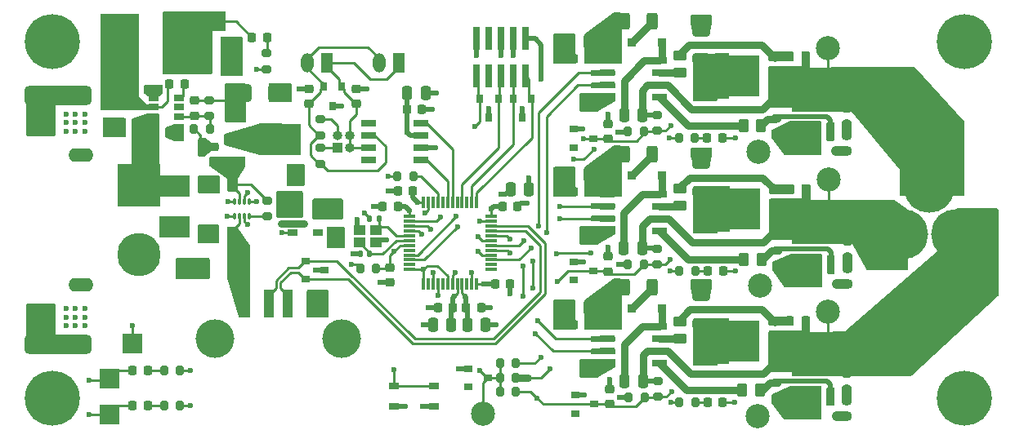
<source format=gtl>
%TF.GenerationSoftware,KiCad,Pcbnew,8.0.9-8.0.9-0~ubuntu22.04.1*%
%TF.CreationDate,2025-12-20T23:57:42-07:00*%
%TF.ProjectId,ESC_KiCAD,4553435f-4b69-4434-9144-2e6b69636164,A*%
%TF.SameCoordinates,Original*%
%TF.FileFunction,Copper,L1,Top*%
%TF.FilePolarity,Positive*%
%FSLAX46Y46*%
G04 Gerber Fmt 4.6, Leading zero omitted, Abs format (unit mm)*
G04 Created by KiCad (PCBNEW 8.0.9-8.0.9-0~ubuntu22.04.1) date 2025-12-20 23:57:42*
%MOMM*%
%LPD*%
G01*
G04 APERTURE LIST*
G04 Aperture macros list*
%AMRoundRect*
0 Rectangle with rounded corners*
0 $1 Rounding radius*
0 $2 $3 $4 $5 $6 $7 $8 $9 X,Y pos of 4 corners*
0 Add a 4 corners polygon primitive as box body*
4,1,4,$2,$3,$4,$5,$6,$7,$8,$9,$2,$3,0*
0 Add four circle primitives for the rounded corners*
1,1,$1+$1,$2,$3*
1,1,$1+$1,$4,$5*
1,1,$1+$1,$6,$7*
1,1,$1+$1,$8,$9*
0 Add four rect primitives between the rounded corners*
20,1,$1+$1,$2,$3,$4,$5,0*
20,1,$1+$1,$4,$5,$6,$7,0*
20,1,$1+$1,$6,$7,$8,$9,0*
20,1,$1+$1,$8,$9,$2,$3,0*%
%AMFreePoly0*
4,1,9,2.100000,-2.000000,2.350000,-2.000000,2.350000,-3.500000,-2.350000,-3.500000,-2.350000,-2.000000,-2.100000,-2.000000,-2.100000,1.100000,2.100000,1.100000,2.100000,-2.000000,2.100000,-2.000000,$1*%
G04 Aperture macros list end*
%TA.AperFunction,SMDPad,CuDef*%
%ADD10RoundRect,0.050000X0.725000X0.250000X-0.725000X0.250000X-0.725000X-0.250000X0.725000X-0.250000X0*%
%TD*%
%TA.AperFunction,SMDPad,CuDef*%
%ADD11R,0.800000X0.900000*%
%TD*%
%TA.AperFunction,ComponentPad*%
%ADD12C,4.000000*%
%TD*%
%TA.AperFunction,SMDPad,CuDef*%
%ADD13R,1.120000X2.880000*%
%TD*%
%TA.AperFunction,SMDPad,CuDef*%
%ADD14RoundRect,0.050000X-0.100000X0.285000X-0.100000X-0.285000X0.100000X-0.285000X0.100000X0.285000X0*%
%TD*%
%TA.AperFunction,SMDPad,CuDef*%
%ADD15R,2.150000X3.250000*%
%TD*%
%TA.AperFunction,SMDPad,CuDef*%
%ADD16R,2.150000X0.950000*%
%TD*%
%TA.AperFunction,SMDPad,CuDef*%
%ADD17RoundRect,0.050000X0.500000X-0.250000X0.500000X0.250000X-0.500000X0.250000X-0.500000X-0.250000X0*%
%TD*%
%TA.AperFunction,ComponentPad*%
%ADD18O,2.600000X1.400000*%
%TD*%
%TA.AperFunction,ComponentPad*%
%ADD19C,4.500000*%
%TD*%
%TA.AperFunction,ComponentPad*%
%ADD20R,4.500000X4.500000*%
%TD*%
%TA.AperFunction,ComponentPad*%
%ADD21C,5.200000*%
%TD*%
%TA.AperFunction,SMDPad,CuDef*%
%ADD22RoundRect,0.250000X0.450000X-0.262500X0.450000X0.262500X-0.450000X0.262500X-0.450000X-0.262500X0*%
%TD*%
%TA.AperFunction,ComponentPad*%
%ADD23C,5.700000*%
%TD*%
%TA.AperFunction,SMDPad,CuDef*%
%ADD24RoundRect,0.200000X0.200000X0.275000X-0.200000X0.275000X-0.200000X-0.275000X0.200000X-0.275000X0*%
%TD*%
%TA.AperFunction,ComponentPad*%
%ADD25C,2.500000*%
%TD*%
%TA.AperFunction,SMDPad,CuDef*%
%ADD26RoundRect,0.250000X0.650000X-0.325000X0.650000X0.325000X-0.650000X0.325000X-0.650000X-0.325000X0*%
%TD*%
%TA.AperFunction,SMDPad,CuDef*%
%ADD27RoundRect,0.218750X0.218750X0.256250X-0.218750X0.256250X-0.218750X-0.256250X0.218750X-0.256250X0*%
%TD*%
%TA.AperFunction,SMDPad,CuDef*%
%ADD28RoundRect,0.200000X0.275000X-0.200000X0.275000X0.200000X-0.275000X0.200000X-0.275000X-0.200000X0*%
%TD*%
%TA.AperFunction,SMDPad,CuDef*%
%ADD29RoundRect,0.500000X-3.000000X-0.500000X3.000000X-0.500000X3.000000X0.500000X-3.000000X0.500000X0*%
%TD*%
%TA.AperFunction,SMDPad,CuDef*%
%ADD30RoundRect,0.225000X-0.225000X-0.250000X0.225000X-0.250000X0.225000X0.250000X-0.225000X0.250000X0*%
%TD*%
%TA.AperFunction,SMDPad,CuDef*%
%ADD31RoundRect,0.225000X-0.250000X0.225000X-0.250000X-0.225000X0.250000X-0.225000X0.250000X0.225000X0*%
%TD*%
%TA.AperFunction,SMDPad,CuDef*%
%ADD32R,0.900000X0.800000*%
%TD*%
%TA.AperFunction,SMDPad,CuDef*%
%ADD33RoundRect,0.250000X-0.250000X-0.475000X0.250000X-0.475000X0.250000X0.475000X-0.250000X0.475000X0*%
%TD*%
%TA.AperFunction,SMDPad,CuDef*%
%ADD34RoundRect,0.200000X-0.200000X-0.275000X0.200000X-0.275000X0.200000X0.275000X-0.200000X0.275000X0*%
%TD*%
%TA.AperFunction,ComponentPad*%
%ADD35O,1.000000X1.000000*%
%TD*%
%TA.AperFunction,ComponentPad*%
%ADD36R,1.000000X1.000000*%
%TD*%
%TA.AperFunction,SMDPad,CuDef*%
%ADD37RoundRect,0.250000X-0.312500X-0.625000X0.312500X-0.625000X0.312500X0.625000X-0.312500X0.625000X0*%
%TD*%
%TA.AperFunction,SMDPad,CuDef*%
%ADD38FreePoly0,180.000000*%
%TD*%
%TA.AperFunction,SMDPad,CuDef*%
%ADD39RoundRect,0.175000X0.175000X0.400000X-0.175000X0.400000X-0.175000X-0.400000X0.175000X-0.400000X0*%
%TD*%
%TA.AperFunction,SMDPad,CuDef*%
%ADD40FreePoly0,270.000000*%
%TD*%
%TA.AperFunction,SMDPad,CuDef*%
%ADD41RoundRect,0.175000X-0.400000X0.175000X-0.400000X-0.175000X0.400000X-0.175000X0.400000X0.175000X0*%
%TD*%
%TA.AperFunction,SMDPad,CuDef*%
%ADD42R,0.304800X1.193800*%
%TD*%
%TA.AperFunction,SMDPad,CuDef*%
%ADD43R,1.193800X0.304800*%
%TD*%
%TA.AperFunction,SMDPad,CuDef*%
%ADD44RoundRect,0.250000X0.250000X0.475000X-0.250000X0.475000X-0.250000X-0.475000X0.250000X-0.475000X0*%
%TD*%
%TA.AperFunction,SMDPad,CuDef*%
%ADD45RoundRect,0.250000X-0.325000X-0.650000X0.325000X-0.650000X0.325000X0.650000X-0.325000X0.650000X0*%
%TD*%
%TA.AperFunction,SMDPad,CuDef*%
%ADD46RoundRect,0.225000X0.225000X0.250000X-0.225000X0.250000X-0.225000X-0.250000X0.225000X-0.250000X0*%
%TD*%
%TA.AperFunction,SMDPad,CuDef*%
%ADD47RoundRect,0.200000X-0.275000X0.200000X-0.275000X-0.200000X0.275000X-0.200000X0.275000X0.200000X0*%
%TD*%
%TA.AperFunction,SMDPad,CuDef*%
%ADD48RoundRect,0.250000X-0.262500X-0.450000X0.262500X-0.450000X0.262500X0.450000X-0.262500X0.450000X0*%
%TD*%
%TA.AperFunction,SMDPad,CuDef*%
%ADD49RoundRect,0.140000X0.140000X0.170000X-0.140000X0.170000X-0.140000X-0.170000X0.140000X-0.170000X0*%
%TD*%
%TA.AperFunction,SMDPad,CuDef*%
%ADD50RoundRect,0.250000X0.325000X0.650000X-0.325000X0.650000X-0.325000X-0.650000X0.325000X-0.650000X0*%
%TD*%
%TA.AperFunction,SMDPad,CuDef*%
%ADD51R,1.900000X2.200000*%
%TD*%
%TA.AperFunction,SMDPad,CuDef*%
%ADD52RoundRect,0.225000X0.250000X-0.225000X0.250000X0.225000X-0.250000X0.225000X-0.250000X-0.225000X0*%
%TD*%
%TA.AperFunction,SMDPad,CuDef*%
%ADD53RoundRect,0.050000X-0.725000X-0.250000X0.725000X-0.250000X0.725000X0.250000X-0.725000X0.250000X0*%
%TD*%
%TA.AperFunction,SMDPad,CuDef*%
%ADD54R,2.200000X5.700000*%
%TD*%
%TA.AperFunction,ComponentPad*%
%ADD55O,1.300000X2.000000*%
%TD*%
%TA.AperFunction,ComponentPad*%
%ADD56R,1.300000X2.000000*%
%TD*%
%TA.AperFunction,SMDPad,CuDef*%
%ADD57R,2.000000X2.000000*%
%TD*%
%TA.AperFunction,SMDPad,CuDef*%
%ADD58R,1.050000X0.650000*%
%TD*%
%TA.AperFunction,SMDPad,CuDef*%
%ADD59RoundRect,0.250000X-0.475000X0.250000X-0.475000X-0.250000X0.475000X-0.250000X0.475000X0.250000X0*%
%TD*%
%TA.AperFunction,SMDPad,CuDef*%
%ADD60RoundRect,0.250000X0.475000X-0.250000X0.475000X0.250000X-0.475000X0.250000X-0.475000X-0.250000X0*%
%TD*%
%TA.AperFunction,SMDPad,CuDef*%
%ADD61R,0.900000X0.950000*%
%TD*%
%TA.AperFunction,SMDPad,CuDef*%
%ADD62R,0.800000X2.400000*%
%TD*%
%TA.AperFunction,SMDPad,CuDef*%
%ADD63R,1.200000X1.000000*%
%TD*%
%TA.AperFunction,SMDPad,CuDef*%
%ADD64R,2.200000X1.900000*%
%TD*%
%TA.AperFunction,ViaPad*%
%ADD65C,0.600000*%
%TD*%
%TA.AperFunction,Conductor*%
%ADD66C,0.254000*%
%TD*%
%TA.AperFunction,Conductor*%
%ADD67C,0.295000*%
%TD*%
%TA.AperFunction,Conductor*%
%ADD68C,0.508000*%
%TD*%
%TA.AperFunction,Conductor*%
%ADD69C,0.762000*%
%TD*%
%TA.AperFunction,Conductor*%
%ADD70C,0.291800*%
%TD*%
%TA.AperFunction,Conductor*%
%ADD71C,1.016000*%
%TD*%
G04 APERTURE END LIST*
D10*
X157400000Y-83705000D03*
X157400000Y-82435000D03*
X157400000Y-81165000D03*
X157400000Y-79895000D03*
X162800000Y-79895000D03*
X162800000Y-81165000D03*
X162800000Y-82435000D03*
X162800000Y-83705000D03*
D11*
X153624400Y-78050000D03*
X152674400Y-76050000D03*
X154574400Y-76050000D03*
D12*
X154570000Y-102188100D03*
X141430000Y-102188100D03*
D13*
X151500000Y-98608100D03*
X149000000Y-98608100D03*
X147000000Y-98608100D03*
X144500000Y-98608100D03*
D14*
X145000189Y-89525600D03*
X144500063Y-89525600D03*
X144000000Y-89525600D03*
X143500000Y-89525600D03*
X143500000Y-88025600D03*
X144000000Y-88025600D03*
X144500000Y-88025600D03*
X145000189Y-88025600D03*
D15*
X149300000Y-81550000D03*
D16*
X143500000Y-83850000D03*
X143500000Y-81550000D03*
X143500000Y-79250000D03*
D17*
X137700000Y-77249999D03*
X137700000Y-78200000D03*
X137700000Y-79149998D03*
X135100000Y-79149998D03*
X135100000Y-78200000D03*
X135100000Y-77250000D03*
D18*
X127539400Y-96650000D03*
X127539400Y-83150000D03*
D19*
X133539400Y-93500000D03*
D20*
X133539400Y-86300000D03*
D21*
X215450000Y-86600000D03*
X212700000Y-91350000D03*
X218200000Y-91350000D03*
D22*
X189650000Y-86637500D03*
X189650000Y-88462500D03*
D23*
X124600000Y-71400000D03*
D11*
X173284400Y-79300000D03*
X172334400Y-77300000D03*
X174234400Y-77300000D03*
D24*
X139275000Y-80500000D03*
X140925000Y-80500000D03*
D25*
X204950000Y-99450000D03*
D26*
X191850000Y-84025000D03*
X191850000Y-86975000D03*
D27*
X192493450Y-95200000D03*
X194068450Y-95200000D03*
D28*
X187255000Y-92875000D03*
X187255000Y-94525000D03*
D29*
X125200000Y-77000000D03*
D30*
X180170000Y-73195000D03*
X178620000Y-73195000D03*
D31*
X182150000Y-81470000D03*
X182150000Y-79920000D03*
D32*
X152800000Y-95100000D03*
X150800000Y-96050000D03*
X150800000Y-94150000D03*
D33*
X180150000Y-85195000D03*
X178250000Y-85195000D03*
D34*
X137837500Y-105500000D03*
X136187500Y-105500000D03*
D35*
X155395000Y-81154400D03*
X155395000Y-82424400D03*
X154125000Y-81154400D03*
D36*
X154125000Y-82424400D03*
D27*
X192444050Y-81400000D03*
X194019050Y-81400000D03*
D24*
X184225000Y-80745000D03*
X185875000Y-80745000D03*
D37*
X186757500Y-96895000D03*
X183832500Y-96895000D03*
D33*
X143250000Y-86200000D03*
X141350000Y-86200000D03*
D32*
X180600000Y-95215000D03*
X178600000Y-96165000D03*
X178600000Y-94265000D03*
D38*
X203300000Y-104995000D03*
D39*
X205205000Y-107720000D03*
X203935000Y-107720000D03*
X202665000Y-107720000D03*
X201395000Y-107720000D03*
D40*
X196800000Y-88750000D03*
D41*
X199525000Y-86845000D03*
X199525000Y-88115000D03*
X199525000Y-89385000D03*
X199525000Y-90655000D03*
D24*
X160325000Y-85399999D03*
X161975000Y-85399999D03*
D34*
X202620000Y-100395000D03*
X200970000Y-100395000D03*
D42*
X163050000Y-88050000D03*
X163549999Y-88050000D03*
X164050001Y-88050000D03*
X164550000Y-88050000D03*
X165049999Y-88050000D03*
X165550000Y-88050000D03*
X166050000Y-88050000D03*
X166550001Y-88050000D03*
X167050000Y-88050000D03*
X167549999Y-88050000D03*
X168050001Y-88050000D03*
X168550000Y-88050000D03*
D43*
X170049999Y-89549999D03*
X170049999Y-90049998D03*
X170049999Y-90550000D03*
X170049999Y-91049999D03*
X170049999Y-91549998D03*
X170049999Y-92049999D03*
X170049999Y-92549999D03*
X170049999Y-93050000D03*
X170049999Y-93549999D03*
X170049999Y-94049998D03*
X170049999Y-94550000D03*
X170049999Y-95049999D03*
D42*
X168550000Y-96549998D03*
X168050001Y-96549998D03*
X167549999Y-96549998D03*
X167050000Y-96549998D03*
X166550001Y-96549998D03*
X166050000Y-96549998D03*
X165550000Y-96549998D03*
X165049999Y-96549998D03*
X164550000Y-96549998D03*
X164050001Y-96549998D03*
X163549999Y-96549998D03*
X163050000Y-96549998D03*
D43*
X161550001Y-95049999D03*
X161550001Y-94550000D03*
X161550001Y-94049998D03*
X161550001Y-93549999D03*
X161550001Y-93050000D03*
X161550001Y-92549999D03*
X161550001Y-92049999D03*
X161550001Y-91549998D03*
X161550001Y-91049999D03*
X161550001Y-90550000D03*
X161550001Y-90049998D03*
X161550001Y-89549999D03*
D44*
X183900000Y-106595000D03*
X185800000Y-106595000D03*
D22*
X189595000Y-72832500D03*
X189595000Y-74657500D03*
D45*
X147575000Y-76700000D03*
X144625000Y-76700000D03*
D46*
X170475000Y-96549999D03*
X172025000Y-96549999D03*
D30*
X160375000Y-88499999D03*
X158825000Y-88499999D03*
D23*
X219100000Y-71400000D03*
D47*
X206950000Y-93775000D03*
X206950000Y-92125000D03*
X146800000Y-74275000D03*
X146800000Y-72625000D03*
D28*
X187250000Y-79015000D03*
X187250000Y-80665000D03*
D31*
X182295000Y-109035000D03*
X182295000Y-107485000D03*
D34*
X202620000Y-72945000D03*
X200970000Y-72945000D03*
D47*
X206850000Y-79965000D03*
X206850000Y-78315000D03*
D34*
X172625000Y-107700000D03*
X170975000Y-107700000D03*
D47*
X140850000Y-79125000D03*
X140850000Y-77475000D03*
X199650000Y-94750000D03*
X199650000Y-93100000D03*
D11*
X169834400Y-79300000D03*
X168884400Y-77300000D03*
X170784400Y-77300000D03*
D47*
X199595000Y-108470000D03*
X199595000Y-106820000D03*
D33*
X143200000Y-91350000D03*
X141300000Y-91350000D03*
D26*
X191795000Y-70270000D03*
X191795000Y-73220000D03*
D30*
X162875000Y-78400000D03*
X161325000Y-78400000D03*
D48*
X198062500Y-94000000D03*
X196237500Y-94000000D03*
D30*
X180175000Y-86995000D03*
X178625000Y-86995000D03*
D27*
X132900000Y-109200000D03*
X134475000Y-109200000D03*
D49*
X156520001Y-93449999D03*
X157480001Y-93449999D03*
D46*
X136725000Y-75800000D03*
X138275000Y-75800000D03*
D38*
X203295000Y-77545000D03*
D39*
X205200000Y-80270000D03*
X203930000Y-80270000D03*
X202660000Y-80270000D03*
X201390000Y-80270000D03*
D48*
X198007500Y-80145000D03*
X196182500Y-80145000D03*
D37*
X186762500Y-83095000D03*
X183837500Y-83095000D03*
D47*
X206850000Y-107475000D03*
X206850000Y-105825000D03*
D31*
X139350000Y-79075000D03*
X139350000Y-77525000D03*
D34*
X191206550Y-95200000D03*
X189556550Y-95200000D03*
D33*
X142500000Y-71900000D03*
X140600000Y-71900000D03*
D30*
X161925000Y-86899999D03*
X160375000Y-86899999D03*
D25*
X197900000Y-96700000D03*
D34*
X202675000Y-86700000D03*
X201025000Y-86700000D03*
D50*
X130425000Y-80300000D03*
X133375000Y-80300000D03*
D51*
X137900000Y-90588100D03*
X137900000Y-86388100D03*
D29*
X125200000Y-102800000D03*
D46*
X135125000Y-80800000D03*
X136675000Y-80800000D03*
D34*
X191181550Y-81400000D03*
X189531550Y-81400000D03*
D25*
X169200000Y-110000000D03*
D52*
X156100000Y-76275000D03*
X156100000Y-77825000D03*
D53*
X187495000Y-100990000D03*
X187495000Y-102260000D03*
X187495000Y-103530000D03*
X187495000Y-104800000D03*
X182095000Y-104800000D03*
X182095000Y-103530000D03*
X182095000Y-102260000D03*
X182095000Y-100990000D03*
D47*
X152345000Y-81125000D03*
X152345000Y-79475000D03*
D34*
X137825000Y-109200000D03*
X136175000Y-109200000D03*
D52*
X206850000Y-108675000D03*
X206850000Y-110225000D03*
D54*
X137200000Y-71400000D03*
X132200000Y-71400000D03*
D22*
X189595000Y-100432500D03*
X189595000Y-102257500D03*
D46*
X171225000Y-88499999D03*
X172775000Y-88499999D03*
D44*
X183805000Y-92800000D03*
X185705000Y-92800000D03*
D55*
X158500000Y-73625000D03*
D56*
X160500000Y-73625000D03*
D34*
X172625000Y-104800000D03*
X170975000Y-104800000D03*
D23*
X124600000Y-108400000D03*
D47*
X146850000Y-89525000D03*
X146850000Y-87875000D03*
D25*
X197700000Y-110300000D03*
D57*
X130512500Y-106400000D03*
D52*
X206950000Y-94975000D03*
X206950000Y-96525000D03*
D34*
X191212500Y-108800000D03*
X189562500Y-108800000D03*
D57*
X141550000Y-69300000D03*
D52*
X151150000Y-76300000D03*
X151150000Y-77850000D03*
D44*
X183832500Y-79040000D03*
X185732500Y-79040000D03*
D24*
X184225000Y-94515000D03*
X185875000Y-94515000D03*
D28*
X187350000Y-106620000D03*
X187350000Y-108270000D03*
D17*
X152100000Y-89349999D03*
X152100000Y-91249998D03*
X149500000Y-91249998D03*
X149500000Y-90300000D03*
X149500000Y-89350000D03*
D58*
X164150600Y-109275000D03*
X160000600Y-109275000D03*
X164150600Y-107125000D03*
X160000600Y-107125000D03*
D34*
X158125001Y-94899999D03*
X156475001Y-94899999D03*
D33*
X142500000Y-74000000D03*
X140600000Y-74000000D03*
D48*
X197907500Y-107595000D03*
X196082500Y-107595000D03*
D53*
X187495000Y-73390000D03*
X187495000Y-74660000D03*
X187495000Y-75930000D03*
X187495000Y-77200000D03*
X182095000Y-77200000D03*
X182095000Y-75930000D03*
X182095000Y-74660000D03*
X182095000Y-73390000D03*
D32*
X180600000Y-81445000D03*
X178600000Y-82395000D03*
X178600000Y-80495000D03*
D25*
X204950000Y-72050000D03*
D59*
X149800000Y-87600000D03*
X149800000Y-85700000D03*
D60*
X153950000Y-89350000D03*
X153950000Y-91250000D03*
D46*
X167475000Y-98999999D03*
X169025000Y-98999999D03*
D37*
X186757500Y-69295000D03*
X183832500Y-69295000D03*
D44*
X167600000Y-100749999D03*
X169500000Y-100749999D03*
D27*
X132925000Y-105500000D03*
X134500000Y-105500000D03*
D24*
X184320000Y-108310000D03*
X185970000Y-108310000D03*
D38*
X203350000Y-91300000D03*
D39*
X205255000Y-94025000D03*
X203985000Y-94025000D03*
X202715000Y-94025000D03*
X201445000Y-94025000D03*
D31*
X182150000Y-95240000D03*
X182150000Y-93690000D03*
D33*
X165950000Y-100749999D03*
X164050000Y-100749999D03*
X172050000Y-86750000D03*
X173950000Y-86750000D03*
D27*
X145262500Y-70950000D03*
X146837500Y-70950000D03*
D61*
X184620000Y-99095000D03*
X187770000Y-99095000D03*
D55*
X151050000Y-73625000D03*
D56*
X153050000Y-73625000D03*
D25*
X205050000Y-85750000D03*
D61*
X184620000Y-71495000D03*
X187770000Y-71495000D03*
D62*
X168570000Y-75000000D03*
X168570000Y-71099998D03*
X169840000Y-75000000D03*
X169840000Y-71099998D03*
X171110000Y-75000000D03*
X171110000Y-71099998D03*
X172380000Y-75000000D03*
X172380000Y-71099998D03*
X173650000Y-75000000D03*
X173650000Y-71099998D03*
D52*
X159600001Y-94824999D03*
X159600001Y-96374999D03*
D27*
X192462500Y-108800000D03*
X194037500Y-108800000D03*
D40*
X196745000Y-74995000D03*
D41*
X199470000Y-73090000D03*
X199470000Y-74360000D03*
X199470000Y-75630000D03*
X199470000Y-76900000D03*
D49*
X157470001Y-89749999D03*
X158430001Y-89749999D03*
D31*
X141350000Y-83875000D03*
X141350000Y-82325000D03*
D32*
X169700000Y-106300000D03*
X167700000Y-107250000D03*
X167700000Y-105350000D03*
D33*
X180145000Y-98995000D03*
X178245000Y-98995000D03*
D47*
X199595000Y-80970000D03*
X199595000Y-79320000D03*
D30*
X180170000Y-100795000D03*
X178620000Y-100795000D03*
D47*
X152345000Y-84075000D03*
X152345000Y-82425000D03*
D57*
X130500000Y-110100000D03*
D61*
X184625000Y-85295000D03*
X187775000Y-85295000D03*
D30*
X166075000Y-98999999D03*
X164525000Y-98999999D03*
D53*
X187500000Y-87195000D03*
X187500000Y-88465000D03*
X187500000Y-89735000D03*
X187500000Y-91005000D03*
X182100000Y-91005000D03*
X182100000Y-89735000D03*
X182100000Y-88465000D03*
X182100000Y-87195000D03*
D63*
X158100001Y-92249999D03*
X156400001Y-92249999D03*
X156400001Y-90949999D03*
X158100001Y-90949999D03*
D64*
X139750000Y-94950000D03*
X143950000Y-94950000D03*
D33*
X180145000Y-71395000D03*
X178245000Y-71395000D03*
D52*
X206850000Y-81175000D03*
X206850000Y-82725000D03*
D40*
X196745000Y-102445000D03*
D41*
X199470000Y-100540000D03*
X199470000Y-101810000D03*
X199470000Y-103080000D03*
X199470000Y-104350000D03*
D34*
X172625000Y-106250000D03*
X170975000Y-106250000D03*
D23*
X219100000Y-108400000D03*
D32*
X180745000Y-109035600D03*
X178745000Y-109985600D03*
X178745000Y-108085600D03*
D33*
X163250000Y-76700000D03*
X161350000Y-76700000D03*
D25*
X197750000Y-82850000D03*
D57*
X132900000Y-102700000D03*
D26*
X191800000Y-97720000D03*
X191800000Y-100670000D03*
D65*
X216550000Y-82600000D03*
X217550000Y-82600000D03*
X215500000Y-82600000D03*
X214400000Y-82600000D03*
X213350000Y-82600000D03*
X222050000Y-92450000D03*
X222050000Y-93450000D03*
X222050000Y-91400000D03*
X222050000Y-90300000D03*
X222050000Y-89250000D03*
X208850000Y-93450000D03*
X208850000Y-92400000D03*
X208850000Y-91300000D03*
X208850000Y-90250000D03*
X208850000Y-89250000D03*
X132900000Y-100900000D03*
X145400000Y-82000000D03*
X145400000Y-81100000D03*
X146400000Y-82450000D03*
X146400000Y-80650000D03*
X146400000Y-81550000D03*
X138900000Y-109200000D03*
X138900000Y-105500000D03*
X128400000Y-110100000D03*
X128400000Y-106500000D03*
X164800000Y-89600000D03*
X163800000Y-90900000D03*
X180400000Y-93342000D03*
X176800000Y-93400000D03*
X162900000Y-91400000D03*
X180700000Y-82550000D03*
X178600000Y-83600000D03*
X166600000Y-90600000D03*
X175200000Y-75300000D03*
X166650000Y-105350000D03*
X168850000Y-105500000D03*
X163050000Y-95050000D03*
X164550000Y-97750000D03*
X174800000Y-108400000D03*
X176150000Y-105350000D03*
X175200000Y-104150000D03*
X164050000Y-95400000D03*
X174350000Y-97000000D03*
X174350000Y-94200000D03*
X173400000Y-97850000D03*
X173400000Y-94700000D03*
X176900000Y-96300000D03*
X166450000Y-89550000D03*
X179655000Y-81445000D03*
X172000000Y-91850000D03*
X154400000Y-92350000D03*
X202795000Y-109045000D03*
X183345000Y-108310000D03*
X171110000Y-72874398D03*
X136300000Y-91050000D03*
X157150000Y-76275000D03*
X127000000Y-100000000D03*
X126000000Y-99100000D03*
X126000000Y-78900000D03*
X179750000Y-91055000D03*
X126000000Y-80700000D03*
X127000000Y-80700000D03*
X180650000Y-105750000D03*
X205875000Y-96525000D03*
X136300000Y-90150000D03*
X149350000Y-84600000D03*
X161175600Y-109275000D03*
X163550000Y-98999999D03*
X127000000Y-100900000D03*
X140200000Y-86650000D03*
X154550000Y-78050000D03*
X140200000Y-81900000D03*
X164285000Y-82435000D03*
X143750000Y-72350000D03*
X159400000Y-86899999D03*
X183250000Y-94515000D03*
X147450000Y-81550000D03*
X128000000Y-79800000D03*
X177100000Y-86895000D03*
X150700000Y-90300000D03*
X179720600Y-108085600D03*
X126000000Y-100900000D03*
X156200000Y-89899998D03*
X173950000Y-85500001D03*
X182150000Y-78945000D03*
X168900000Y-90049999D03*
X172384400Y-72849998D03*
X180650000Y-91050000D03*
X179600000Y-94265000D03*
X200995000Y-81545000D03*
X147450000Y-80650000D03*
X152700000Y-99500000D03*
X201895000Y-81545000D03*
X173800000Y-88200000D03*
X152700000Y-97650000D03*
X180650000Y-91950000D03*
X179550000Y-80495000D03*
X201050000Y-95300000D03*
X155750001Y-93449999D03*
X140200000Y-85750000D03*
X126000000Y-79800000D03*
X177100000Y-85095000D03*
X173284400Y-78349998D03*
X142750000Y-89525600D03*
X200995000Y-110045000D03*
X205775000Y-82725000D03*
X142774400Y-88025600D03*
X126000000Y-100000000D03*
X177095000Y-72195000D03*
X148300000Y-90300000D03*
X151850000Y-95100000D03*
X131600000Y-80750000D03*
X137950000Y-95400000D03*
X179750000Y-104855000D03*
X192350588Y-82872353D03*
X163200000Y-89199999D03*
X128000000Y-80700000D03*
X140150000Y-91800000D03*
X177095000Y-73095000D03*
X177095000Y-98895000D03*
X203695000Y-110045000D03*
X180650000Y-77245000D03*
X179750000Y-91955000D03*
X128000000Y-100000000D03*
X177095000Y-100695000D03*
X157850000Y-88499999D03*
X166350000Y-95350000D03*
X195400000Y-95200000D03*
X201895000Y-109045000D03*
X163000000Y-100749999D03*
X147450000Y-82450000D03*
X180650000Y-78145000D03*
X150250000Y-84600000D03*
X170550000Y-100749999D03*
X163950000Y-78400000D03*
X143750000Y-74450000D03*
X128000000Y-100900000D03*
X201895000Y-110045000D03*
X182295000Y-106460000D03*
X191300588Y-96545000D03*
X127000000Y-79800000D03*
X192300588Y-96545000D03*
X179750000Y-77250000D03*
X200995000Y-82545000D03*
X127000000Y-99100000D03*
X203695000Y-81545000D03*
X177095000Y-71295000D03*
X172025000Y-97550000D03*
X143750000Y-71450000D03*
X148800000Y-76250000D03*
X191295000Y-69095000D03*
X183200000Y-80795000D03*
X168050000Y-95399999D03*
X203695000Y-82545000D03*
X131600000Y-79850000D03*
X203750000Y-96300000D03*
X203750000Y-95300000D03*
X137800000Y-81300000D03*
X177095000Y-99795000D03*
X202795000Y-110045000D03*
X168570000Y-72835598D03*
X143750000Y-73550000D03*
X134600000Y-76350000D03*
X169834400Y-78349998D03*
X153500000Y-92350000D03*
X205850000Y-110225000D03*
X152700000Y-98550000D03*
X177100000Y-85995000D03*
X202850000Y-96300000D03*
X145800000Y-74275000D03*
X137950000Y-94500000D03*
X127000000Y-78900000D03*
X162975600Y-109275000D03*
X150150000Y-76300000D03*
X201895000Y-82545000D03*
X159400000Y-85399999D03*
X200995000Y-109045000D03*
X137800000Y-80400000D03*
X135500000Y-76350000D03*
X192295000Y-69095000D03*
X170000000Y-98999999D03*
X201050000Y-96300000D03*
X202795000Y-81545000D03*
X203695000Y-109045000D03*
X180650000Y-104850000D03*
X179750000Y-105755000D03*
X140200000Y-82800000D03*
X195331550Y-81400000D03*
X128000000Y-99100000D03*
X202850000Y-95300000D03*
X145750000Y-88025600D03*
X158525001Y-96374999D03*
X156900000Y-89149998D03*
X195300000Y-108800000D03*
X140150000Y-90900000D03*
X201950000Y-96300000D03*
X179750000Y-78150000D03*
X191350588Y-82872353D03*
X164350000Y-76700000D03*
X202795000Y-82545000D03*
X148800000Y-77150000D03*
X182150000Y-92715000D03*
X159250001Y-91999999D03*
X201950000Y-95300000D03*
X128000000Y-78900000D03*
X148350000Y-87450000D03*
X144800000Y-87100000D03*
X148350000Y-88300000D03*
X144800000Y-90400000D03*
X148350000Y-89150000D03*
X148350000Y-91250000D03*
X154100000Y-88200000D03*
X162400001Y-88050000D03*
X169300000Y-96549999D03*
X161550000Y-88899999D03*
X170050000Y-88799999D03*
X155550001Y-94499998D03*
X167350000Y-97799999D03*
X152200000Y-88200000D03*
X166250000Y-97799999D03*
X153150000Y-88200000D03*
X161325000Y-80775000D03*
X171050000Y-87250000D03*
X191495000Y-74345000D03*
X191550000Y-89000000D03*
X191550000Y-89900000D03*
X123400000Y-80700000D03*
X191550000Y-90800000D03*
X122400000Y-100000000D03*
X192495000Y-75245000D03*
X192550000Y-88100000D03*
X192550000Y-89900000D03*
X124400000Y-100900000D03*
X124400000Y-79800000D03*
X124400000Y-100000000D03*
X124400000Y-78900000D03*
X123400000Y-79800000D03*
X124400000Y-80700000D03*
X191495000Y-103595000D03*
X122400000Y-100900000D03*
X191550000Y-88100000D03*
X191495000Y-101795000D03*
X191495000Y-102695000D03*
X123400000Y-78900000D03*
X192495000Y-101795000D03*
X122400000Y-99100000D03*
X122400000Y-80700000D03*
X123400000Y-100000000D03*
X191495000Y-75245000D03*
X123400000Y-99100000D03*
X122400000Y-78900000D03*
X192495000Y-76145000D03*
X191495000Y-104495000D03*
X192495000Y-102695000D03*
X192550000Y-90800000D03*
X192495000Y-103595000D03*
X192495000Y-74345000D03*
X192495000Y-77045000D03*
X122400000Y-79800000D03*
X124400000Y-99100000D03*
X192495000Y-104495000D03*
X123400000Y-100900000D03*
X191495000Y-77045000D03*
X192550000Y-89000000D03*
X191495000Y-76145000D03*
X188600000Y-94000000D03*
X188750000Y-107700000D03*
X188650000Y-80100000D03*
X168400000Y-80200000D03*
X160000001Y-93199999D03*
X160000000Y-105400000D03*
X168700000Y-91650000D03*
X177150000Y-88465000D03*
X168700000Y-93150000D03*
X177150000Y-89735000D03*
X175800000Y-91200000D03*
X174200000Y-92800000D03*
X175000000Y-90500000D03*
X173450000Y-92050000D03*
X174875000Y-100375000D03*
X172000000Y-93300000D03*
X174625000Y-101675000D03*
X143100000Y-76350000D03*
X139200000Y-70600000D03*
X182395000Y-99895000D03*
X181395000Y-72295000D03*
X182395000Y-70495000D03*
X182395000Y-97195000D03*
X139200000Y-72400000D03*
X139200000Y-73300000D03*
X143100000Y-77250000D03*
X181395000Y-98995000D03*
X139200000Y-71500000D03*
X139200000Y-74200000D03*
X182395000Y-71395000D03*
X182395000Y-69595000D03*
X182395000Y-98095000D03*
X139200000Y-69700000D03*
X181395000Y-70495000D03*
X181400000Y-86095000D03*
X182400000Y-86095000D03*
X182395000Y-98995000D03*
X182395000Y-72295000D03*
X182400000Y-85195000D03*
X181395000Y-99895000D03*
X181400000Y-85195000D03*
X182400000Y-83395000D03*
X181400000Y-98095000D03*
X143100000Y-78150000D03*
X181395000Y-71395000D03*
X182400000Y-84295000D03*
X139200000Y-68800000D03*
X181400000Y-84295000D03*
X188531550Y-81400000D03*
X188631550Y-95200000D03*
X188650000Y-108800000D03*
D66*
X175200000Y-104150000D02*
X174550000Y-104800000D01*
X174550000Y-104800000D02*
X172625000Y-104800000D01*
X174350000Y-94200000D02*
X174350000Y-97000000D01*
X174875000Y-100375000D02*
X176760000Y-102260000D01*
X176760000Y-102260000D02*
X182095000Y-102260000D01*
X174625000Y-101675000D02*
X176480000Y-103530000D01*
X176480000Y-103530000D02*
X182095000Y-103530000D01*
X177150000Y-89735000D02*
X182100000Y-89735000D01*
X182100000Y-88465000D02*
X177150000Y-88465000D01*
X132900000Y-102700000D02*
X132900000Y-100900000D01*
X173400000Y-94700000D02*
X173400000Y-97850000D01*
X172350000Y-77100002D02*
X172334400Y-77115602D01*
X172334400Y-77115602D02*
X172334400Y-82065600D01*
X172334400Y-82065600D02*
X168050001Y-86349999D01*
X168050001Y-86349999D02*
X168050001Y-88050000D01*
X155395000Y-81154400D02*
X155395000Y-82424400D01*
X151050000Y-73625000D02*
X151050000Y-74200000D01*
X151050000Y-74200000D02*
X152674400Y-75824400D01*
X152674400Y-75824400D02*
X152674400Y-76050000D01*
X160500000Y-73625000D02*
X160500000Y-74000000D01*
X159200000Y-75300000D02*
X157550000Y-75300000D01*
X160500000Y-74000000D02*
X159200000Y-75300000D01*
X157550000Y-75300000D02*
X155875000Y-73625000D01*
X155875000Y-73625000D02*
X153050000Y-73625000D01*
X157480001Y-93449999D02*
X158800001Y-93449999D01*
X158800001Y-93449999D02*
X160200001Y-92049999D01*
X160200001Y-92049999D02*
X161550001Y-92049999D01*
X139275000Y-80500000D02*
X139300000Y-80500000D01*
X139300000Y-80500000D02*
X139950000Y-81150000D01*
X139950000Y-81150000D02*
X139950000Y-81650000D01*
X139950000Y-81650000D02*
X140200000Y-81900000D01*
X138900000Y-109200000D02*
X137825000Y-109200000D01*
X134475000Y-109200000D02*
X136175000Y-109200000D01*
X130500000Y-110100000D02*
X131400000Y-109200000D01*
X131400000Y-109200000D02*
X132900000Y-109200000D01*
X134500000Y-105500000D02*
X136187500Y-105500000D01*
D67*
X130512500Y-106400000D02*
X130512500Y-106387500D01*
X130512500Y-106387500D02*
X131400000Y-105500000D01*
X131400000Y-105500000D02*
X132925000Y-105500000D01*
D66*
X128400000Y-110100000D02*
X130500000Y-110100000D01*
D67*
X128400000Y-106500000D02*
X130412500Y-106500000D01*
X130412500Y-106500000D02*
X130512500Y-106400000D01*
D66*
X161550001Y-90049998D02*
X164350002Y-90049998D01*
X164350002Y-90049998D02*
X164800000Y-89600000D01*
X163450000Y-90550000D02*
X163800000Y-90900000D01*
X161550001Y-90550000D02*
X163450000Y-90550000D01*
X176900000Y-96300000D02*
X177985000Y-95215000D01*
X177985000Y-95215000D02*
X180600000Y-95215000D01*
X166450000Y-89550000D02*
X162450001Y-93549999D01*
X162450001Y-93549999D02*
X161550001Y-93549999D01*
X166600000Y-90600000D02*
X163150002Y-94049998D01*
X163150002Y-94049998D02*
X161550001Y-94049998D01*
X162549999Y-91049999D02*
X162900000Y-91400000D01*
X161550001Y-91049999D02*
X162549999Y-91049999D01*
D68*
X171050000Y-87250000D02*
X171550000Y-87250000D01*
X171550000Y-87250000D02*
X172050000Y-86750000D01*
X173800000Y-88200000D02*
X173074999Y-88200000D01*
X173074999Y-88200000D02*
X172775000Y-88499999D01*
D66*
X168900000Y-77315600D02*
X168884400Y-77300000D01*
X168400000Y-80200000D02*
X168900000Y-79700000D01*
X168900000Y-79700000D02*
X168900000Y-77315600D01*
X180700000Y-82550000D02*
X179650000Y-83600000D01*
X179650000Y-83600000D02*
X178600000Y-83600000D01*
D67*
X163200000Y-89199999D02*
X163549999Y-88850000D01*
X163549999Y-88850000D02*
X163549999Y-88050000D01*
D68*
X175200000Y-71700000D02*
X175200000Y-75300000D01*
X173650000Y-71099998D02*
X174599998Y-71099998D01*
X174599998Y-71099998D02*
X175200000Y-71700000D01*
D66*
X169700000Y-106300000D02*
X169200000Y-106800000D01*
X169200000Y-106800000D02*
X169200000Y-110000000D01*
X169200000Y-110000000D02*
X169200000Y-109700000D01*
D68*
X167700000Y-105350000D02*
X166650000Y-105350000D01*
D66*
X169700000Y-106300000D02*
X169650000Y-106300000D01*
X169650000Y-106300000D02*
X168850000Y-105500000D01*
X163050000Y-95050000D02*
X163450000Y-94650000D01*
X164500000Y-94650000D02*
X165550000Y-95700000D01*
X163450000Y-94650000D02*
X164500000Y-94650000D01*
X165550000Y-95700000D02*
X165550000Y-96549998D01*
X163050000Y-95050000D02*
X163049999Y-95049999D01*
X163049999Y-95049999D02*
X161550001Y-95049999D01*
X163050000Y-95050000D02*
X163050000Y-96549998D01*
D67*
X166050000Y-96549998D02*
X166050000Y-95650000D01*
X166050000Y-95650000D02*
X166350000Y-95350000D01*
D66*
X164050001Y-95400001D02*
X164050001Y-96549998D01*
X164050000Y-95400000D02*
X164050001Y-95400001D01*
D69*
X172625000Y-106250000D02*
X173900000Y-106250000D01*
D66*
X173900000Y-106250000D02*
X175250000Y-106250000D01*
X175250000Y-106250000D02*
X176150000Y-105350000D01*
X170975000Y-106250000D02*
X169750000Y-106250000D01*
X169750000Y-106250000D02*
X169700000Y-106300000D01*
X170975000Y-107700000D02*
X170975000Y-106250000D01*
X170975000Y-104800000D02*
X170975000Y-106250000D01*
X174100000Y-107700000D02*
X174800000Y-108400000D01*
X175435600Y-109035600D02*
X174800000Y-108400000D01*
X164550000Y-97750000D02*
X164550000Y-96549998D01*
X180745000Y-109035600D02*
X175435600Y-109035600D01*
X174100000Y-107700000D02*
X172625000Y-107700000D01*
D68*
X172025000Y-97550000D02*
X172025000Y-96549999D01*
D66*
X179655000Y-81445000D02*
X180600000Y-81445000D01*
D70*
X154751856Y-94854100D02*
X162151856Y-102254100D01*
X170982911Y-90550000D02*
X170049999Y-90550000D01*
X170992799Y-90559888D02*
X170982911Y-90550000D01*
X173857644Y-90559888D02*
X170992799Y-90559888D01*
X175645900Y-92348144D02*
X173857644Y-90559888D01*
X175645900Y-97601856D02*
X175645900Y-92348144D01*
X170501856Y-102745900D02*
X175645900Y-97601856D01*
X154751856Y-94851856D02*
X154751856Y-94854100D01*
X161948144Y-102745900D02*
X170501856Y-102745900D01*
X154050000Y-94150000D02*
X154751856Y-94851856D01*
X155252244Y-96050000D02*
X161948144Y-102745900D01*
X150800000Y-94150000D02*
X154050000Y-94150000D01*
X150800000Y-96050000D02*
X155252244Y-96050000D01*
X162151856Y-102254100D02*
X170298144Y-102254100D01*
X175154100Y-97398144D02*
X175154100Y-92551856D01*
X170298144Y-102254100D02*
X175154100Y-97398144D01*
X175154100Y-92551856D02*
X173653932Y-91051688D01*
X170051688Y-91051688D02*
X170049999Y-91049999D01*
X173653932Y-91051688D02*
X170051688Y-91051688D01*
D68*
X199595000Y-106820000D02*
X199770000Y-106645000D01*
X199770000Y-106645000D02*
X204895000Y-106645000D01*
X204895000Y-106645000D02*
X205205000Y-106955000D01*
X205205000Y-106955000D02*
X205205000Y-107720000D01*
X199650000Y-93100000D02*
X199850000Y-92900000D01*
X205255000Y-93255000D02*
X205255000Y-94025000D01*
X199850000Y-92900000D02*
X204900000Y-92900000D01*
X204900000Y-92900000D02*
X205255000Y-93255000D01*
X199595000Y-79320000D02*
X199725000Y-79190000D01*
X199725000Y-79190000D02*
X204890000Y-79190000D01*
X204890000Y-79190000D02*
X205200000Y-79500000D01*
X205200000Y-79500000D02*
X205200000Y-80270000D01*
D66*
X170049999Y-91549998D02*
X171699998Y-91549998D01*
X171699998Y-91549998D02*
X172000000Y-91850000D01*
D70*
X150045900Y-94854100D02*
X150750000Y-94150000D01*
X148245900Y-96974000D02*
X148245900Y-96401856D01*
X147000000Y-97728100D02*
X147754100Y-96974000D01*
X147000000Y-98608100D02*
X147000000Y-97728100D01*
X150045900Y-95345900D02*
X150750000Y-96050000D01*
X147754100Y-96198144D02*
X149098144Y-94854100D01*
X148245900Y-96401856D02*
X149301856Y-95345900D01*
X147754100Y-96974000D02*
X147754100Y-96198144D01*
X149000000Y-97728100D02*
X148245900Y-96974000D01*
X149098144Y-94854100D02*
X150045900Y-94854100D01*
X149000000Y-98608100D02*
X149000000Y-97728100D01*
X150750000Y-96050000D02*
X150800000Y-96050000D01*
X149301856Y-95345900D02*
X150045900Y-95345900D01*
X150750000Y-94150000D02*
X150800000Y-94150000D01*
D68*
X184320000Y-108310000D02*
X183345000Y-108310000D01*
X179720600Y-108085600D02*
X178745000Y-108085600D01*
X169500000Y-100749999D02*
X170550000Y-100749999D01*
X169025000Y-98999999D02*
X170000000Y-98999999D01*
X151850000Y-95100000D02*
X152800000Y-95100000D01*
X182150000Y-93690000D02*
X182150000Y-92715000D01*
X184225000Y-94515000D02*
X183250000Y-94515000D01*
X178600000Y-80495000D02*
X179550000Y-80495000D01*
X164285000Y-82435000D02*
X162800000Y-82435000D01*
X159400000Y-86899999D02*
X160375000Y-86899999D01*
X163250000Y-76700000D02*
X164350000Y-76700000D01*
X157150000Y-76275000D02*
X156100000Y-76275000D01*
D66*
X160325000Y-85399999D02*
X159400000Y-85399999D01*
D68*
X173284400Y-79300000D02*
X173284400Y-78349998D01*
D66*
X194037500Y-108800000D02*
X195300000Y-108800000D01*
D67*
X142774400Y-88025600D02*
X143500000Y-88025600D01*
D66*
X194019050Y-81400000D02*
X195331550Y-81400000D01*
D68*
X160000600Y-109275000D02*
X161175600Y-109275000D01*
D67*
X168900001Y-90049998D02*
X168900000Y-90049999D01*
D66*
X145800000Y-74275000D02*
X146800000Y-74275000D01*
D68*
X153624400Y-78050000D02*
X154550000Y-78050000D01*
X158350001Y-91999999D02*
X158100001Y-92249999D01*
X169834400Y-79300000D02*
X169834400Y-78349998D01*
X184225000Y-80795000D02*
X183200000Y-80795000D01*
X164050000Y-100749999D02*
X163000000Y-100749999D01*
D67*
X142750000Y-89525600D02*
X143500000Y-89525600D01*
D71*
X205875000Y-96525000D02*
X206950000Y-96525000D01*
D68*
X158825000Y-88499999D02*
X157850000Y-88499999D01*
X182150000Y-79920000D02*
X182150000Y-78945000D01*
X151150000Y-76300000D02*
X150150000Y-76300000D01*
X178600000Y-94265000D02*
X179600000Y-94265000D01*
X168570000Y-72835598D02*
X168570000Y-71099998D01*
D69*
X149500000Y-90300000D02*
X148300000Y-90300000D01*
D66*
X157470001Y-89719999D02*
X156900000Y-89149998D01*
D67*
X145750000Y-88025600D02*
X145000189Y-88025600D01*
D68*
X158525001Y-96374999D02*
X159600001Y-96374999D01*
X182295000Y-107485000D02*
X182295000Y-106460000D01*
D69*
X149500000Y-90300000D02*
X150700000Y-90300000D01*
D68*
X164150600Y-109275000D02*
X162975600Y-109275000D01*
X172380000Y-72845598D02*
X172380000Y-71099998D01*
X156270001Y-93449999D02*
X155750001Y-93449999D01*
X172384400Y-72849998D02*
X172380000Y-72845598D01*
X156200000Y-90749998D02*
X156200000Y-89899998D01*
D67*
X168050000Y-95399999D02*
X168050001Y-95400000D01*
D68*
X162875000Y-78400000D02*
X163950000Y-78400000D01*
D66*
X195400000Y-95200000D02*
X194068450Y-95200000D01*
D68*
X173950000Y-86750000D02*
X173950000Y-85500001D01*
D71*
X205775000Y-82725000D02*
X206850000Y-82725000D01*
D68*
X164525000Y-98999999D02*
X163550000Y-98999999D01*
D71*
X205850000Y-110225000D02*
X206850000Y-110225000D01*
D68*
X159250001Y-91999999D02*
X158350001Y-91999999D01*
D67*
X170049999Y-90049998D02*
X168900001Y-90049998D01*
D68*
X171110000Y-72874398D02*
X171110000Y-71099998D01*
X156400001Y-90949999D02*
X156200000Y-90749998D01*
D66*
X157470001Y-89749999D02*
X157470001Y-89719999D01*
D67*
X168050001Y-95400000D02*
X168050001Y-96549998D01*
X144500000Y-87400000D02*
X144800000Y-87100000D01*
X144500063Y-89525600D02*
X144500063Y-90100063D01*
X144500063Y-90100063D02*
X144800000Y-90400000D01*
X144500000Y-88025600D02*
X144500000Y-87400000D01*
D66*
X148350002Y-91249998D02*
X148350000Y-91250000D01*
X149500000Y-91249998D02*
X148350002Y-91249998D01*
D68*
X167600000Y-100749999D02*
X167600000Y-99124999D01*
D67*
X167050000Y-96549998D02*
X167050000Y-97499999D01*
D68*
X170350000Y-88499999D02*
X170050000Y-88799999D01*
X161150000Y-88499999D02*
X160275000Y-88499999D01*
X161350000Y-78375000D02*
X161325000Y-78400000D01*
X166075000Y-97974999D02*
X166250000Y-97799999D01*
X169300000Y-96549999D02*
X170475000Y-96549999D01*
X161325000Y-80775000D02*
X161715000Y-81165000D01*
X167475000Y-98999999D02*
X167475000Y-97924999D01*
D67*
X169299999Y-96549998D02*
X169300000Y-96549999D01*
D68*
X161350000Y-76700000D02*
X161350000Y-78375000D01*
D67*
X170049999Y-89549999D02*
X170049999Y-88800000D01*
X168550000Y-96549998D02*
X169299999Y-96549998D01*
X162400001Y-88050000D02*
X163050000Y-88050000D01*
D68*
X165950000Y-100749999D02*
X165950000Y-99124999D01*
X166075000Y-98999999D02*
X166075000Y-97974999D01*
X161550000Y-88899999D02*
X161150000Y-88499999D01*
X161325000Y-80775000D02*
X161325000Y-78400000D01*
X167600000Y-99124999D02*
X167475000Y-98999999D01*
D66*
X162635000Y-81000000D02*
X162800000Y-81165000D01*
D68*
X165950000Y-99124999D02*
X166075000Y-98999999D01*
X162400001Y-88050000D02*
X161925000Y-87574999D01*
X167475000Y-97924999D02*
X167350000Y-97799999D01*
X161715000Y-81165000D02*
X162800000Y-81165000D01*
D67*
X166550001Y-97499998D02*
X166250000Y-97799999D01*
D66*
X156475001Y-94899999D02*
X156075000Y-94499998D01*
D67*
X161550001Y-88900000D02*
X161550001Y-89549999D01*
D68*
X161925000Y-87574999D02*
X161925000Y-86899999D01*
D66*
X156075000Y-94499998D02*
X155550001Y-94499998D01*
D67*
X167050000Y-97499999D02*
X167350000Y-97799999D01*
X170049999Y-88800000D02*
X170050000Y-88799999D01*
X166550001Y-96549998D02*
X166550001Y-97499998D01*
X161550000Y-88899999D02*
X161550001Y-88900000D01*
D68*
X171225000Y-88499999D02*
X170350000Y-88499999D01*
D69*
X190855000Y-92200000D02*
X198255000Y-92200000D01*
D66*
X205050000Y-89600000D02*
X203350000Y-91300000D01*
D69*
X185705000Y-90550000D02*
X185705000Y-92800000D01*
D68*
X185705000Y-92800000D02*
X187180000Y-92800000D01*
D66*
X205050000Y-85750000D02*
X205050000Y-89600000D01*
D69*
X186520000Y-89735000D02*
X185705000Y-90550000D01*
D66*
X187180000Y-92800000D02*
X187255000Y-92875000D01*
D69*
X187500000Y-89735000D02*
X186520000Y-89735000D01*
X199525000Y-90930000D02*
X199525000Y-90655000D01*
X188390000Y-89735000D02*
X190855000Y-92200000D01*
X187500000Y-89735000D02*
X188390000Y-89735000D01*
X198255000Y-92200000D02*
X199525000Y-90930000D01*
X187770000Y-71495000D02*
X187770000Y-73115000D01*
X187770000Y-73115000D02*
X187495000Y-73390000D01*
X183832500Y-75457500D02*
X185900000Y-73390000D01*
X185900000Y-73390000D02*
X187495000Y-73390000D01*
X183832500Y-79040000D02*
X183832500Y-75457500D01*
D66*
X182150000Y-95240000D02*
X182325000Y-95240000D01*
X184875000Y-95515000D02*
X185875000Y-94515000D01*
X187245000Y-94515000D02*
X187255000Y-94525000D01*
X182600000Y-95515000D02*
X184875000Y-95515000D01*
X180600000Y-95215000D02*
X182125000Y-95215000D01*
X182325000Y-95240000D02*
X182600000Y-95515000D01*
X188075000Y-94525000D02*
X188600000Y-94000000D01*
X187255000Y-94525000D02*
X188075000Y-94525000D01*
X182125000Y-95215000D02*
X182150000Y-95240000D01*
X185875000Y-94515000D02*
X187245000Y-94515000D01*
X185757500Y-79015000D02*
X185732500Y-79040000D01*
D69*
X185732500Y-76457500D02*
X185732500Y-79040000D01*
X198200000Y-78440000D02*
X199470000Y-77170000D01*
X199470000Y-77170000D02*
X199470000Y-76900000D01*
X187495000Y-75930000D02*
X186260000Y-75930000D01*
D66*
X204950000Y-75890000D02*
X203295000Y-77545000D01*
X204950000Y-72050000D02*
X204950000Y-75890000D01*
D69*
X190825000Y-78440000D02*
X198200000Y-78440000D01*
D68*
X187250000Y-79015000D02*
X185757500Y-79015000D01*
D69*
X188315000Y-75930000D02*
X190825000Y-78440000D01*
X186260000Y-75930000D02*
X185732500Y-76457500D01*
X187495000Y-75930000D02*
X188315000Y-75930000D01*
X185800000Y-103945000D02*
X185800000Y-106595000D01*
X190747500Y-105895000D02*
X198250000Y-105895000D01*
D68*
X185800000Y-106595000D02*
X187325000Y-106595000D01*
D69*
X199470000Y-104675000D02*
X199470000Y-104350000D01*
D66*
X204950000Y-99450000D02*
X204950000Y-103345000D01*
D69*
X187495000Y-103530000D02*
X188382500Y-103530000D01*
X188382500Y-103530000D02*
X190747500Y-105895000D01*
X187495000Y-103530000D02*
X186215000Y-103530000D01*
X198250000Y-105895000D02*
X199470000Y-104675000D01*
X186215000Y-103530000D02*
X185800000Y-103945000D01*
D66*
X204950000Y-103345000D02*
X203300000Y-104995000D01*
X187325000Y-106595000D02*
X187350000Y-106620000D01*
X185970000Y-108310000D02*
X187310000Y-108310000D01*
X187310000Y-108310000D02*
X187350000Y-108270000D01*
X188180000Y-108270000D02*
X188750000Y-107700000D01*
X180745000Y-109035600D02*
X182294400Y-109035600D01*
X182745000Y-109260000D02*
X185020000Y-109260000D01*
X187350000Y-108270000D02*
X188180000Y-108270000D01*
X182295000Y-109035000D02*
X182520000Y-109035000D01*
X185020000Y-109260000D02*
X185970000Y-108310000D01*
X182520000Y-109035000D02*
X182745000Y-109260000D01*
X182294400Y-109035600D02*
X182295000Y-109035000D01*
X188085000Y-80665000D02*
X188650000Y-80100000D01*
X187250000Y-80665000D02*
X188085000Y-80665000D01*
X180625000Y-81470000D02*
X180600000Y-81445000D01*
X187250000Y-80665000D02*
X187170000Y-80745000D01*
X186050000Y-80745000D02*
X185100000Y-81695000D01*
X182150000Y-81470000D02*
X180625000Y-81470000D01*
X187170000Y-80745000D02*
X186050000Y-80745000D01*
X185100000Y-81695000D02*
X182375000Y-81695000D01*
X182375000Y-81695000D02*
X182150000Y-81470000D01*
X168684400Y-75114400D02*
X168570000Y-75000000D01*
X159950000Y-107125000D02*
X160000600Y-107125000D01*
X168884400Y-77249998D02*
X168684400Y-77049998D01*
X159525001Y-94899999D02*
X159600001Y-94824999D01*
X160650001Y-92549999D02*
X160000001Y-93199999D01*
X161550001Y-92549999D02*
X160650001Y-92549999D01*
X160000600Y-107125000D02*
X160000600Y-105400600D01*
X164150600Y-107125000D02*
X160000600Y-107125000D01*
X158125001Y-94899999D02*
X159525001Y-94899999D01*
X168884400Y-77300000D02*
X168884400Y-77249998D01*
X159600001Y-94824999D02*
X159600001Y-93599999D01*
X160000600Y-105400600D02*
X160000000Y-105400000D01*
X159600001Y-93599999D02*
X160000001Y-93199999D01*
X168684400Y-77049998D02*
X168684400Y-75114400D01*
D69*
X186757500Y-69295000D02*
X186757500Y-69357500D01*
X186757500Y-69357500D02*
X184620000Y-71495000D01*
D66*
X172380000Y-77254400D02*
X172334400Y-77300000D01*
X172380000Y-75000000D02*
X172380000Y-77254400D01*
X174250000Y-77315600D02*
X174234400Y-77300000D01*
X168550000Y-87100000D02*
X174250000Y-81400000D01*
X174234400Y-77300000D02*
X174234400Y-77249998D01*
X173984400Y-76999998D02*
X173984400Y-75334400D01*
X174234400Y-77249998D02*
X173984400Y-76999998D01*
X168550000Y-88050000D02*
X168550000Y-87100000D01*
X173984400Y-75334400D02*
X173650000Y-75000000D01*
X174250000Y-81400000D02*
X174250000Y-77315600D01*
X170800000Y-82450000D02*
X167050000Y-86200000D01*
X170934400Y-75175600D02*
X171110000Y-75000000D01*
X170784400Y-77149998D02*
X170934400Y-76999998D01*
X170934400Y-76999998D02*
X170934400Y-75175600D01*
X170784400Y-77300000D02*
X170800000Y-77315600D01*
X167050000Y-86200000D02*
X167050000Y-88050000D01*
X170784400Y-77300000D02*
X170784400Y-77149998D01*
X170800000Y-77315600D02*
X170800000Y-82450000D01*
X170049999Y-92049999D02*
X169099999Y-92049999D01*
X169099999Y-92049999D02*
X168700000Y-91650000D01*
X179020000Y-75930000D02*
X182095000Y-75930000D01*
X175800000Y-79150000D02*
X179020000Y-75930000D01*
X175800000Y-91200000D02*
X175800000Y-79150000D01*
X172950002Y-94049998D02*
X170049999Y-94049998D01*
X174200000Y-92800000D02*
X172950002Y-94049998D01*
X175000000Y-90500000D02*
X175000000Y-78800000D01*
X179140000Y-74660000D02*
X182095000Y-74660000D01*
X172950001Y-92549999D02*
X170049999Y-92549999D01*
X175000000Y-78800000D02*
X179140000Y-74660000D01*
X173450000Y-92050000D02*
X172950001Y-92549999D01*
X163355000Y-83705000D02*
X162800000Y-83705000D01*
X165550000Y-85900000D02*
X163355000Y-83705000D01*
X165550000Y-88050000D02*
X165550000Y-85900000D01*
X166050000Y-82600000D02*
X163345000Y-79895000D01*
X163345000Y-79895000D02*
X162800000Y-79895000D01*
X166050000Y-88050000D02*
X166050000Y-82600000D01*
X140850000Y-74250000D02*
X140600000Y-74000000D01*
X141550000Y-69300000D02*
X143612500Y-69300000D01*
X142875000Y-77475000D02*
X143100000Y-77250000D01*
X140800000Y-77525000D02*
X140850000Y-77475000D01*
X140850000Y-77475000D02*
X142875000Y-77475000D01*
X139350000Y-77525000D02*
X140800000Y-77525000D01*
X143612500Y-69300000D02*
X145262500Y-70950000D01*
X158500000Y-73625000D02*
X158250000Y-73375000D01*
X152650000Y-76050000D02*
X152400000Y-76300000D01*
X159100000Y-83950000D02*
X159100000Y-82275000D01*
X153150000Y-84800000D02*
X158250000Y-84800000D01*
X152175000Y-81125000D02*
X151350000Y-81950000D01*
X152200000Y-72000000D02*
X151050000Y-73150000D01*
X159100000Y-82275000D02*
X157990000Y-81165000D01*
X151150000Y-77850000D02*
X151150000Y-80050000D01*
X151350000Y-81950000D02*
X151350000Y-83200000D01*
X152400000Y-76650000D02*
X151200000Y-77850000D01*
X151150000Y-80050000D02*
X152225000Y-81125000D01*
X157300000Y-72000000D02*
X152200000Y-72000000D01*
X152225000Y-81125000D02*
X152345000Y-81125000D01*
X152674400Y-76050000D02*
X152650000Y-76050000D01*
X158250000Y-73375000D02*
X158250000Y-72950000D01*
X152425000Y-84075000D02*
X153150000Y-84800000D01*
X151050000Y-73150000D02*
X151050000Y-73625000D01*
X151350000Y-83200000D02*
X152225000Y-84075000D01*
X152225000Y-84075000D02*
X152345000Y-84075000D01*
X158250000Y-84800000D02*
X159100000Y-83950000D01*
X151200000Y-77850000D02*
X151150000Y-77850000D01*
X152345000Y-81125000D02*
X152175000Y-81125000D01*
X152345000Y-84075000D02*
X152425000Y-84075000D01*
X158250000Y-72950000D02*
X157300000Y-72000000D01*
X152400000Y-76300000D02*
X152400000Y-76650000D01*
X157990000Y-81165000D02*
X157400000Y-81165000D01*
D69*
X190650000Y-99195000D02*
X198125000Y-99195000D01*
X198125000Y-99195000D02*
X199470000Y-100540000D01*
X189595000Y-100250000D02*
X190650000Y-99195000D01*
X189595000Y-100432500D02*
X189595000Y-100250000D01*
D66*
X192444050Y-81400000D02*
X191181550Y-81400000D01*
X192493450Y-95200000D02*
X191206550Y-95200000D01*
X155405600Y-82435000D02*
X155395000Y-82424400D01*
X154300000Y-75300000D02*
X154300000Y-75775600D01*
X157400000Y-82435000D02*
X155405600Y-82435000D01*
X156100000Y-78950000D02*
X155395000Y-79655000D01*
X156100000Y-77825000D02*
X156100000Y-78950000D01*
X156025000Y-77825000D02*
X156100000Y-77825000D01*
X154574400Y-76050000D02*
X154574400Y-76074400D01*
X153050000Y-73625000D02*
X153050000Y-74050000D01*
X153050000Y-74050000D02*
X154300000Y-75300000D01*
X154850000Y-76650000D02*
X156025000Y-77825000D01*
X155395000Y-79655000D02*
X155395000Y-81154400D01*
X154850000Y-76350000D02*
X154850000Y-76650000D01*
X154300000Y-75775600D02*
X154574400Y-76050000D01*
X154574400Y-76074400D02*
X154850000Y-76350000D01*
D71*
X206850000Y-79965000D02*
X206850000Y-81175000D01*
D69*
X187775000Y-85295000D02*
X187775000Y-86920000D01*
X187775000Y-86920000D02*
X187500000Y-87195000D01*
X183805000Y-92800000D02*
X183805000Y-89150000D01*
X183805000Y-89150000D02*
X185760000Y-87195000D01*
X185760000Y-87195000D02*
X187500000Y-87195000D01*
D71*
X206950000Y-93775000D02*
X206950000Y-94975000D01*
D69*
X187770000Y-99095000D02*
X187770000Y-100715000D01*
X183900000Y-102845000D02*
X185755000Y-100990000D01*
X187770000Y-100715000D02*
X187495000Y-100990000D01*
X183900000Y-106595000D02*
X183900000Y-102845000D01*
X185755000Y-100990000D02*
X187495000Y-100990000D01*
D66*
X189531550Y-81400000D02*
X188531550Y-81400000D01*
X189556550Y-95200000D02*
X188631550Y-95200000D01*
X189562500Y-108800000D02*
X188650000Y-108800000D01*
D71*
X206850000Y-107475000D02*
X206850000Y-108675000D01*
D67*
X144000000Y-87125000D02*
X144000000Y-88025600D01*
X143250000Y-86375000D02*
X144000000Y-87125000D01*
D66*
X143250000Y-86200000D02*
X145175000Y-86200000D01*
X143250000Y-86200000D02*
X143250000Y-86375000D01*
X145175000Y-86200000D02*
X146850000Y-87875000D01*
X143200000Y-91050000D02*
X143200000Y-91350000D01*
D67*
X144000000Y-89525600D02*
X144000000Y-90250000D01*
X144000000Y-90250000D02*
X143200000Y-91050000D01*
D66*
X137700000Y-77249999D02*
X137849999Y-77100000D01*
X138100000Y-77100000D02*
X138100000Y-75975000D01*
X137849999Y-77100000D02*
X138100000Y-77100000D01*
X138100000Y-75975000D02*
X138275000Y-75800000D01*
X135100000Y-78200000D02*
X135900000Y-78200000D01*
X135900000Y-78200000D02*
X136550000Y-77550000D01*
X136550000Y-75975000D02*
X136725000Y-75800000D01*
X136550000Y-77550000D02*
X136550000Y-75975000D01*
X140925000Y-80500000D02*
X140925000Y-79200000D01*
X137700000Y-79149998D02*
X139275002Y-79149998D01*
X139275002Y-79149998D02*
X139350000Y-79075000D01*
X140925000Y-79200000D02*
X140850000Y-79125000D01*
X139350000Y-79075000D02*
X140800000Y-79075000D01*
X140800000Y-79075000D02*
X140850000Y-79125000D01*
X161550001Y-91549998D02*
X160200000Y-91549998D01*
X158430001Y-90619999D02*
X158430001Y-89999999D01*
X158400001Y-90649999D02*
X158100001Y-90949999D01*
X160200000Y-91549998D02*
X159300001Y-90649999D01*
X158100001Y-90949999D02*
X158430001Y-90619999D01*
X159300001Y-90649999D02*
X158400001Y-90649999D01*
X156400001Y-92249999D02*
X157480001Y-93329999D01*
X156400001Y-92249999D02*
X156450001Y-92249999D01*
X157480001Y-93329999D02*
X157480001Y-93449999D01*
D69*
X190550000Y-71740000D02*
X198120000Y-71740000D01*
X198120000Y-71740000D02*
X199470000Y-73090000D01*
X189595000Y-72832500D02*
X189595000Y-72695000D01*
X189595000Y-72695000D02*
X190550000Y-71740000D01*
X199475000Y-79440000D02*
X198712500Y-79440000D01*
X198712500Y-79440000D02*
X198007500Y-80145000D01*
X199595000Y-79320000D02*
X199475000Y-79440000D01*
X186762500Y-83095000D02*
X186762500Y-83157500D01*
X186762500Y-83157500D02*
X184625000Y-85295000D01*
X189650000Y-86505000D02*
X190655000Y-85500000D01*
X190655000Y-85500000D02*
X198180000Y-85500000D01*
X189650000Y-86637500D02*
X189650000Y-86505000D01*
X198180000Y-85500000D02*
X199525000Y-86845000D01*
X199058750Y-93100000D02*
X199650000Y-93100000D01*
X198062500Y-94000000D02*
X198158750Y-94000000D01*
X198158750Y-94000000D02*
X199058750Y-93100000D01*
X186757500Y-96895000D02*
X186757500Y-96957500D01*
X186757500Y-96957500D02*
X184620000Y-99095000D01*
X198905000Y-106820000D02*
X199595000Y-106820000D01*
X198130000Y-107595000D02*
X198905000Y-106820000D01*
X197907500Y-107595000D02*
X198130000Y-107595000D01*
D66*
X192462500Y-108800000D02*
X191212500Y-108800000D01*
X152345000Y-82425000D02*
X154124400Y-82425000D01*
X154124400Y-82425000D02*
X154125000Y-82424400D01*
D69*
X189592500Y-74660000D02*
X189595000Y-74657500D01*
X187495000Y-74660000D02*
X189592500Y-74660000D01*
X190440000Y-80145000D02*
X196182500Y-80145000D01*
X187495000Y-77200000D02*
X190440000Y-80145000D01*
X189647500Y-88465000D02*
X189650000Y-88462500D01*
X187500000Y-88465000D02*
X189647500Y-88465000D01*
X190495000Y-94000000D02*
X196237500Y-94000000D01*
X187500000Y-91005000D02*
X190495000Y-94000000D01*
X187495000Y-102260000D02*
X189592500Y-102260000D01*
X189592500Y-102260000D02*
X189595000Y-102257500D01*
X190290000Y-107595000D02*
X196082500Y-107595000D01*
X187495000Y-104800000D02*
X190290000Y-107595000D01*
D66*
X145000789Y-89525000D02*
X146850000Y-89525000D01*
X145000189Y-89525600D02*
X145000789Y-89525000D01*
X164550000Y-87146699D02*
X162803300Y-85399999D01*
X162803300Y-85399999D02*
X161975000Y-85399999D01*
X164550000Y-88050000D02*
X164550000Y-87146699D01*
X146837500Y-72587500D02*
X146800000Y-72625000D01*
X146837500Y-70950000D02*
X146837500Y-72587500D01*
X153475000Y-79475000D02*
X154125000Y-80125000D01*
X154125000Y-80125000D02*
X154125000Y-81154400D01*
X152345000Y-79475000D02*
X153475000Y-79475000D01*
X176800000Y-93400000D02*
X176858000Y-93342000D01*
X176858000Y-93342000D02*
X180400000Y-93342000D01*
X137837500Y-105500000D02*
X138900000Y-105500000D01*
X168700000Y-93150000D02*
X169099999Y-93549999D01*
X169099999Y-93549999D02*
X170049999Y-93549999D01*
X172000000Y-93300000D02*
X171750000Y-93050000D01*
X171750000Y-93050000D02*
X170049999Y-93050000D01*
%TA.AperFunction,Conductor*%
G36*
X204238039Y-79664685D02*
G01*
X204283794Y-79717489D01*
X204295000Y-79769000D01*
X204295000Y-83021000D01*
X204275315Y-83088039D01*
X204222511Y-83133794D01*
X204171000Y-83145000D01*
X200458402Y-83145000D01*
X200391363Y-83125315D01*
X200357878Y-83093601D01*
X200353861Y-83088039D01*
X199118476Y-81377505D01*
X199095183Y-81311632D01*
X199095000Y-81304904D01*
X199095000Y-80625176D01*
X199114685Y-80558137D01*
X199167489Y-80512382D01*
X199168046Y-80512128D01*
X201070729Y-79655922D01*
X201121614Y-79645000D01*
X204171000Y-79645000D01*
X204238039Y-79664685D01*
G37*
%TD.AperFunction*%
%TA.AperFunction,Conductor*%
G36*
X178743039Y-84414685D02*
G01*
X178788794Y-84467489D01*
X178800000Y-84519000D01*
X178800000Y-87371000D01*
X178780315Y-87438039D01*
X178727511Y-87483794D01*
X178676000Y-87495000D01*
X176624000Y-87495000D01*
X176556961Y-87475315D01*
X176511206Y-87422511D01*
X176500000Y-87371000D01*
X176500000Y-84519000D01*
X176519685Y-84451961D01*
X176572489Y-84406206D01*
X176624000Y-84395000D01*
X178676000Y-84395000D01*
X178743039Y-84414685D01*
G37*
%TD.AperFunction*%
%TA.AperFunction,Conductor*%
G36*
X144643039Y-75769685D02*
G01*
X144688794Y-75822489D01*
X144700000Y-75874000D01*
X144700000Y-79626000D01*
X144680315Y-79693039D01*
X144627511Y-79738794D01*
X144576000Y-79750000D01*
X142574000Y-79750000D01*
X142506961Y-79730315D01*
X142461206Y-79677511D01*
X142450000Y-79626000D01*
X142450000Y-75874000D01*
X142469685Y-75806961D01*
X142522489Y-75761206D01*
X142574000Y-75750000D01*
X144576000Y-75750000D01*
X144643039Y-75769685D01*
G37*
%TD.AperFunction*%
%TA.AperFunction,Conductor*%
G36*
X153143039Y-97169685D02*
G01*
X153188794Y-97222489D01*
X153200000Y-97274000D01*
X153200000Y-99926000D01*
X153180315Y-99993039D01*
X153127511Y-100038794D01*
X153076000Y-100050000D01*
X151074000Y-100050000D01*
X151006961Y-100030315D01*
X150961206Y-99977511D01*
X150950000Y-99926000D01*
X150950000Y-97274000D01*
X150969685Y-97206961D01*
X151022489Y-97161206D01*
X151074000Y-97150000D01*
X153076000Y-97150000D01*
X153143039Y-97169685D01*
G37*
%TD.AperFunction*%
%TA.AperFunction,Conductor*%
G36*
X149343039Y-75719685D02*
G01*
X149388794Y-75772489D01*
X149400000Y-75824000D01*
X149400000Y-77576000D01*
X149380315Y-77643039D01*
X149327511Y-77688794D01*
X149276000Y-77700000D01*
X147124000Y-77700000D01*
X147056961Y-77680315D01*
X147011206Y-77627511D01*
X147000000Y-77576000D01*
X147000000Y-75824000D01*
X147019685Y-75756961D01*
X147072489Y-75711206D01*
X147124000Y-75700000D01*
X149276000Y-75700000D01*
X149343039Y-75719685D01*
G37*
%TD.AperFunction*%
%TA.AperFunction,Conductor*%
G36*
X182893039Y-76764685D02*
G01*
X182938794Y-76817489D01*
X182950000Y-76869000D01*
X182950000Y-77479301D01*
X182930315Y-77546340D01*
X182889160Y-77586010D01*
X181129213Y-78627709D01*
X181066053Y-78645000D01*
X179324000Y-78645000D01*
X179256961Y-78625315D01*
X179211206Y-78572511D01*
X179200000Y-78521000D01*
X179200000Y-76869000D01*
X179219685Y-76801961D01*
X179272489Y-76756206D01*
X179324000Y-76745000D01*
X182826000Y-76745000D01*
X182893039Y-76764685D01*
G37*
%TD.AperFunction*%
%TA.AperFunction,Conductor*%
G36*
X143653779Y-90619685D02*
G01*
X143687132Y-90651216D01*
X145076392Y-92567437D01*
X145099805Y-92633267D01*
X145100000Y-92640221D01*
X145100000Y-99926000D01*
X145080315Y-99993039D01*
X145027511Y-100038794D01*
X144976000Y-100050000D01*
X143993224Y-100050000D01*
X143926185Y-100030315D01*
X143880430Y-99977511D01*
X143874104Y-99960444D01*
X143864144Y-99926000D01*
X142704880Y-95916876D01*
X142700000Y-95882432D01*
X142700000Y-90724000D01*
X142719685Y-90656961D01*
X142772489Y-90611206D01*
X142824000Y-90600000D01*
X143586740Y-90600000D01*
X143653779Y-90619685D01*
G37*
%TD.AperFunction*%
%TA.AperFunction,Conductor*%
G36*
X141093039Y-68319685D02*
G01*
X141138794Y-68372489D01*
X141150000Y-68424000D01*
X141150000Y-74676000D01*
X141130315Y-74743039D01*
X141077511Y-74788794D01*
X141026000Y-74800000D01*
X139300000Y-74800000D01*
X136124000Y-74800000D01*
X136056961Y-74780315D01*
X136011206Y-74727511D01*
X136000000Y-74676000D01*
X136000000Y-68424000D01*
X136019685Y-68356961D01*
X136072489Y-68311206D01*
X136124000Y-68300000D01*
X141026000Y-68300000D01*
X141093039Y-68319685D01*
G37*
%TD.AperFunction*%
%TA.AperFunction,Conductor*%
G36*
X124843039Y-77819685D02*
G01*
X124888794Y-77872489D01*
X124900000Y-77924000D01*
X124900000Y-81076000D01*
X124880315Y-81143039D01*
X124827511Y-81188794D01*
X124776000Y-81200000D01*
X122024000Y-81200000D01*
X121956961Y-81180315D01*
X121911206Y-81127511D01*
X121900000Y-81076000D01*
X121900000Y-77924000D01*
X121919685Y-77856961D01*
X121972489Y-77811206D01*
X122024000Y-77800000D01*
X124776000Y-77800000D01*
X124843039Y-77819685D01*
G37*
%TD.AperFunction*%
%TA.AperFunction,Conductor*%
G36*
X141844018Y-85269685D02*
G01*
X141846399Y-85271254D01*
X141862254Y-85281966D01*
X141895421Y-85304376D01*
X141939949Y-85358217D01*
X141950000Y-85407121D01*
X141950000Y-87026000D01*
X141930315Y-87093039D01*
X141877511Y-87138794D01*
X141826000Y-87150000D01*
X139824000Y-87150000D01*
X139756961Y-87130315D01*
X139711206Y-87077511D01*
X139700000Y-87026000D01*
X139700000Y-85374000D01*
X139719685Y-85306961D01*
X139772489Y-85261206D01*
X139824000Y-85250000D01*
X141776979Y-85250000D01*
X141844018Y-85269685D01*
G37*
%TD.AperFunction*%
%TA.AperFunction,Conductor*%
G36*
X183543039Y-82214685D02*
G01*
X183588794Y-82267489D01*
X183600000Y-82319000D01*
X183600000Y-87371000D01*
X183580315Y-87438039D01*
X183527511Y-87483794D01*
X183476000Y-87495000D01*
X179824000Y-87495000D01*
X179756961Y-87475315D01*
X179711206Y-87422511D01*
X179700000Y-87371000D01*
X179700000Y-84556182D01*
X179719685Y-84489143D01*
X179748554Y-84457775D01*
X182666618Y-82220593D01*
X182731798Y-82195426D01*
X182742064Y-82195000D01*
X183476000Y-82195000D01*
X183543039Y-82214685D01*
G37*
%TD.AperFunction*%
%TA.AperFunction,Conductor*%
G36*
X140429495Y-81419685D02*
G01*
X140431239Y-81420826D01*
X141094784Y-81863189D01*
X141139644Y-81916753D01*
X141150000Y-81966362D01*
X141150000Y-82687164D01*
X141130315Y-82754203D01*
X141099329Y-82787158D01*
X140432735Y-83275994D01*
X140367033Y-83299765D01*
X140359406Y-83300000D01*
X139824000Y-83300000D01*
X139756961Y-83280315D01*
X139711206Y-83227511D01*
X139700000Y-83176000D01*
X139700000Y-81524000D01*
X139719685Y-81456961D01*
X139772489Y-81411206D01*
X139824000Y-81400000D01*
X140362456Y-81400000D01*
X140429495Y-81419685D01*
G37*
%TD.AperFunction*%
%TA.AperFunction,Conductor*%
G36*
X154843039Y-90619685D02*
G01*
X154888794Y-90672489D01*
X154900000Y-90724000D01*
X154900000Y-92726000D01*
X154880315Y-92793039D01*
X154827511Y-92838794D01*
X154776000Y-92850000D01*
X153124000Y-92850000D01*
X153056961Y-92830315D01*
X153011206Y-92777511D01*
X153000000Y-92726000D01*
X153000000Y-90724000D01*
X153019685Y-90656961D01*
X153072489Y-90611206D01*
X153124000Y-90600000D01*
X154776000Y-90600000D01*
X154843039Y-90619685D01*
G37*
%TD.AperFunction*%
%TA.AperFunction,Conductor*%
G36*
X150693039Y-84119685D02*
G01*
X150738794Y-84172489D01*
X150750000Y-84224000D01*
X150750000Y-86226000D01*
X150730315Y-86293039D01*
X150677511Y-86338794D01*
X150626000Y-86350000D01*
X148974000Y-86350000D01*
X148906961Y-86330315D01*
X148861206Y-86277511D01*
X148850000Y-86226000D01*
X148850000Y-84224000D01*
X148869685Y-84156961D01*
X148922489Y-84111206D01*
X148974000Y-84100000D01*
X150626000Y-84100000D01*
X150693039Y-84119685D01*
G37*
%TD.AperFunction*%
%TA.AperFunction,Conductor*%
G36*
X203038039Y-99914685D02*
G01*
X203083794Y-99967489D01*
X203095000Y-100019000D01*
X203095000Y-105571000D01*
X203075315Y-105638039D01*
X203022511Y-105683794D01*
X202971000Y-105695000D01*
X198919000Y-105695000D01*
X198851961Y-105675315D01*
X198806206Y-105622511D01*
X198795000Y-105571000D01*
X198795000Y-101519000D01*
X198814685Y-101451961D01*
X198867489Y-101406206D01*
X198919000Y-101395000D01*
X202195000Y-101395000D01*
X202195000Y-100019000D01*
X202214685Y-99951961D01*
X202267489Y-99906206D01*
X202319000Y-99895000D01*
X202971000Y-99895000D01*
X203038039Y-99914685D01*
G37*
%TD.AperFunction*%
%TA.AperFunction,Conductor*%
G36*
X178738039Y-70614685D02*
G01*
X178783794Y-70667489D01*
X178795000Y-70719000D01*
X178795000Y-73571000D01*
X178775315Y-73638039D01*
X178722511Y-73683794D01*
X178671000Y-73695000D01*
X176619000Y-73695000D01*
X176551961Y-73675315D01*
X176506206Y-73622511D01*
X176495000Y-73571000D01*
X176495000Y-70719000D01*
X176514685Y-70651961D01*
X176567489Y-70606206D01*
X176619000Y-70595000D01*
X178671000Y-70595000D01*
X178738039Y-70614685D01*
G37*
%TD.AperFunction*%
%TA.AperFunction,Conductor*%
G36*
X183538039Y-68414685D02*
G01*
X183583794Y-68467489D01*
X183595000Y-68519000D01*
X183595000Y-73571000D01*
X183575315Y-73638039D01*
X183522511Y-73683794D01*
X183471000Y-73695000D01*
X179819000Y-73695000D01*
X179751961Y-73675315D01*
X179706206Y-73622511D01*
X179695000Y-73571000D01*
X179695000Y-70756182D01*
X179714685Y-70689143D01*
X179743554Y-70657775D01*
X182661618Y-68420593D01*
X182726798Y-68395426D01*
X182737064Y-68395000D01*
X183471000Y-68395000D01*
X183538039Y-68414685D01*
G37*
%TD.AperFunction*%
%TA.AperFunction,Conductor*%
G36*
X201393039Y-86219685D02*
G01*
X201438794Y-86272489D01*
X201450000Y-86324000D01*
X201450000Y-87076000D01*
X201430315Y-87143039D01*
X201377511Y-87188794D01*
X201326000Y-87200000D01*
X198974000Y-87200000D01*
X198906961Y-87180315D01*
X198861206Y-87127511D01*
X198850000Y-87076000D01*
X198850000Y-86324000D01*
X198869685Y-86256961D01*
X198922489Y-86211206D01*
X198974000Y-86200000D01*
X201326000Y-86200000D01*
X201393039Y-86219685D01*
G37*
%TD.AperFunction*%
%TA.AperFunction,Conductor*%
G36*
X201338039Y-72464685D02*
G01*
X201383794Y-72517489D01*
X201395000Y-72569000D01*
X201395000Y-73321000D01*
X201375315Y-73388039D01*
X201322511Y-73433794D01*
X201271000Y-73445000D01*
X198919000Y-73445000D01*
X198851961Y-73425315D01*
X198806206Y-73372511D01*
X198795000Y-73321000D01*
X198795000Y-72569000D01*
X198814685Y-72501961D01*
X198867489Y-72456206D01*
X198919000Y-72445000D01*
X201271000Y-72445000D01*
X201338039Y-72464685D01*
G37*
%TD.AperFunction*%
%TA.AperFunction,Conductor*%
G36*
X203038039Y-72464685D02*
G01*
X203083794Y-72517489D01*
X203095000Y-72569000D01*
X203095000Y-78121000D01*
X203075315Y-78188039D01*
X203022511Y-78233794D01*
X202971000Y-78245000D01*
X198919000Y-78245000D01*
X198851961Y-78225315D01*
X198806206Y-78172511D01*
X198795000Y-78121000D01*
X198795000Y-74069000D01*
X198814685Y-74001961D01*
X198867489Y-73956206D01*
X198919000Y-73945000D01*
X202195000Y-73945000D01*
X202195000Y-72569000D01*
X202214685Y-72501961D01*
X202267489Y-72456206D01*
X202319000Y-72445000D01*
X202971000Y-72445000D01*
X203038039Y-72464685D01*
G37*
%TD.AperFunction*%
%TA.AperFunction,Conductor*%
G36*
X135943039Y-75869685D02*
G01*
X135988794Y-75922489D01*
X136000000Y-75974000D01*
X136000000Y-76698638D01*
X135980315Y-76765677D01*
X135963681Y-76786319D01*
X135686319Y-77063681D01*
X135624996Y-77097166D01*
X135598638Y-77100000D01*
X134592546Y-77100000D01*
X134525507Y-77080315D01*
X134516417Y-77073880D01*
X134147871Y-76787233D01*
X134107039Y-76730536D01*
X134100000Y-76689353D01*
X134100000Y-75974000D01*
X134119685Y-75906961D01*
X134172489Y-75861206D01*
X134224000Y-75850000D01*
X135876000Y-75850000D01*
X135943039Y-75869685D01*
G37*
%TD.AperFunction*%
%TA.AperFunction,Conductor*%
G36*
X192838039Y-68614685D02*
G01*
X192883794Y-68667489D01*
X192895000Y-68719000D01*
X192895000Y-69481389D01*
X192892047Y-69508288D01*
X192716578Y-70297899D01*
X192682819Y-70359072D01*
X192621347Y-70392283D01*
X192595531Y-70395000D01*
X190994469Y-70395000D01*
X190927430Y-70375315D01*
X190881675Y-70322511D01*
X190873422Y-70297899D01*
X190697953Y-69508288D01*
X190695000Y-69481389D01*
X190695000Y-68719000D01*
X190714685Y-68651961D01*
X190767489Y-68606206D01*
X190819000Y-68595000D01*
X192771000Y-68595000D01*
X192838039Y-68614685D01*
G37*
%TD.AperFunction*%
%TA.AperFunction,Conductor*%
G36*
X141843039Y-90419685D02*
G01*
X141888794Y-90472489D01*
X141900000Y-90524000D01*
X141900000Y-92176000D01*
X141880315Y-92243039D01*
X141827511Y-92288794D01*
X141776000Y-92300000D01*
X139774000Y-92300000D01*
X139706961Y-92280315D01*
X139661206Y-92227511D01*
X139650000Y-92176000D01*
X139650000Y-90524000D01*
X139669685Y-90456961D01*
X139722489Y-90411206D01*
X139774000Y-90400000D01*
X141776000Y-90400000D01*
X141843039Y-90419685D01*
G37*
%TD.AperFunction*%
%TA.AperFunction,Conductor*%
G36*
X132143039Y-79319685D02*
G01*
X132188794Y-79372489D01*
X132200000Y-79424000D01*
X132200000Y-81176000D01*
X132180315Y-81243039D01*
X132127511Y-81288794D01*
X132076000Y-81300000D01*
X129924000Y-81300000D01*
X129856961Y-81280315D01*
X129811206Y-81227511D01*
X129800000Y-81176000D01*
X129800000Y-79424000D01*
X129819685Y-79356961D01*
X129872489Y-79311206D01*
X129924000Y-79300000D01*
X132076000Y-79300000D01*
X132143039Y-79319685D01*
G37*
%TD.AperFunction*%
%TA.AperFunction,Conductor*%
G36*
X182893039Y-104369685D02*
G01*
X182938794Y-104422489D01*
X182950000Y-104474000D01*
X182950000Y-105084301D01*
X182930315Y-105151340D01*
X182889160Y-105191010D01*
X181129213Y-106232709D01*
X181066053Y-106250000D01*
X179324000Y-106250000D01*
X179256961Y-106230315D01*
X179211206Y-106177511D01*
X179200000Y-106126000D01*
X179200000Y-104474000D01*
X179219685Y-104406961D01*
X179272489Y-104361206D01*
X179324000Y-104350000D01*
X182826000Y-104350000D01*
X182893039Y-104369685D01*
G37*
%TD.AperFunction*%
%TA.AperFunction,Conductor*%
G36*
X144543039Y-83369685D02*
G01*
X144588794Y-83422489D01*
X144600000Y-83474000D01*
X144600000Y-84313716D01*
X144580442Y-84380559D01*
X144367594Y-84713134D01*
X143800000Y-85600000D01*
X143800000Y-85600001D01*
X143800000Y-86826000D01*
X143780315Y-86893039D01*
X143727511Y-86938794D01*
X143676000Y-86950000D01*
X142824000Y-86950000D01*
X142756961Y-86930315D01*
X142711206Y-86877511D01*
X142700000Y-86826000D01*
X142700000Y-85599999D01*
X140904578Y-84386877D01*
X140860050Y-84333034D01*
X140850000Y-84284132D01*
X140850000Y-83474000D01*
X140869685Y-83406961D01*
X140922489Y-83361206D01*
X140974000Y-83350000D01*
X144476000Y-83350000D01*
X144543039Y-83369685D01*
G37*
%TD.AperFunction*%
%TA.AperFunction,Conductor*%
G36*
X138193039Y-79969685D02*
G01*
X138238794Y-80022489D01*
X138250000Y-80074000D01*
X138250000Y-81626000D01*
X138230315Y-81693039D01*
X138177511Y-81738794D01*
X138126000Y-81750000D01*
X137230640Y-81750000D01*
X137172887Y-81735730D01*
X136316247Y-81284866D01*
X136266091Y-81236223D01*
X136250000Y-81175136D01*
X136250000Y-80432333D01*
X136269685Y-80365294D01*
X136322489Y-80319539D01*
X136325881Y-80318050D01*
X137027839Y-80022489D01*
X137176922Y-79959716D01*
X137225041Y-79950000D01*
X138126000Y-79950000D01*
X138193039Y-79969685D01*
G37*
%TD.AperFunction*%
%TA.AperFunction,Conductor*%
G36*
X203093039Y-86219685D02*
G01*
X203138794Y-86272489D01*
X203150000Y-86324000D01*
X203150000Y-91876000D01*
X203130315Y-91943039D01*
X203077511Y-91988794D01*
X203026000Y-92000000D01*
X198974000Y-92000000D01*
X198906961Y-91980315D01*
X198861206Y-91927511D01*
X198850000Y-91876000D01*
X198850000Y-87824000D01*
X198869685Y-87756961D01*
X198922489Y-87711206D01*
X198974000Y-87700000D01*
X202250000Y-87700000D01*
X202250000Y-86324000D01*
X202269685Y-86256961D01*
X202322489Y-86211206D01*
X202374000Y-86200000D01*
X203026000Y-86200000D01*
X203093039Y-86219685D01*
G37*
%TD.AperFunction*%
%TA.AperFunction,Conductor*%
G36*
X154643039Y-87719685D02*
G01*
X154688794Y-87772489D01*
X154700000Y-87824000D01*
X154700000Y-89726000D01*
X154680315Y-89793039D01*
X154627511Y-89838794D01*
X154576000Y-89850000D01*
X151674000Y-89850000D01*
X151606961Y-89830315D01*
X151561206Y-89777511D01*
X151550000Y-89726000D01*
X151550000Y-87824000D01*
X151569685Y-87756961D01*
X151622489Y-87711206D01*
X151674000Y-87700000D01*
X154576000Y-87700000D01*
X154643039Y-87719685D01*
G37*
%TD.AperFunction*%
%TA.AperFunction,Conductor*%
G36*
X135593039Y-78869685D02*
G01*
X135638794Y-78922489D01*
X135650000Y-78974000D01*
X135650000Y-84076000D01*
X135630315Y-84143039D01*
X135577511Y-84188794D01*
X135526000Y-84200000D01*
X132924000Y-84200000D01*
X132856961Y-84180315D01*
X132811206Y-84127511D01*
X132800000Y-84076000D01*
X132800000Y-79488496D01*
X132819685Y-79421457D01*
X132872489Y-79375702D01*
X132883679Y-79371235D01*
X134380407Y-78856734D01*
X134420717Y-78850000D01*
X135526000Y-78850000D01*
X135593039Y-78869685D01*
G37*
%TD.AperFunction*%
%TA.AperFunction,Conductor*%
G36*
X178738039Y-98214685D02*
G01*
X178783794Y-98267489D01*
X178795000Y-98319000D01*
X178795000Y-101171000D01*
X178775315Y-101238039D01*
X178722511Y-101283794D01*
X178671000Y-101295000D01*
X176619000Y-101295000D01*
X176551961Y-101275315D01*
X176506206Y-101222511D01*
X176495000Y-101171000D01*
X176495000Y-98319000D01*
X176514685Y-98251961D01*
X176567489Y-98206206D01*
X176619000Y-98195000D01*
X178671000Y-98195000D01*
X178738039Y-98214685D01*
G37*
%TD.AperFunction*%
%TA.AperFunction,Conductor*%
G36*
X183543039Y-96014685D02*
G01*
X183588794Y-96067489D01*
X183600000Y-96119000D01*
X183600000Y-101171000D01*
X183580315Y-101238039D01*
X183527511Y-101283794D01*
X183476000Y-101295000D01*
X179824000Y-101295000D01*
X179756961Y-101275315D01*
X179711206Y-101222511D01*
X179700000Y-101171000D01*
X179700000Y-98356182D01*
X179719685Y-98289143D01*
X179748554Y-98257775D01*
X182666618Y-96020593D01*
X182731798Y-95995426D01*
X182742064Y-95995000D01*
X183476000Y-95995000D01*
X183543039Y-96014685D01*
G37*
%TD.AperFunction*%
%TA.AperFunction,Conductor*%
G36*
X192893627Y-82392038D02*
G01*
X192939382Y-82444842D01*
X192950588Y-82496353D01*
X192950588Y-83258742D01*
X192947635Y-83285641D01*
X192772166Y-84075252D01*
X192738407Y-84136425D01*
X192676935Y-84169636D01*
X192651119Y-84172353D01*
X191050057Y-84172353D01*
X190983018Y-84152668D01*
X190937263Y-84099864D01*
X190929010Y-84075252D01*
X190753541Y-83285641D01*
X190750588Y-83258742D01*
X190750588Y-82496353D01*
X190770273Y-82429314D01*
X190823077Y-82383559D01*
X190874588Y-82372353D01*
X192826588Y-82372353D01*
X192893627Y-82392038D01*
G37*
%TD.AperFunction*%
%TA.AperFunction,Conductor*%
G36*
X124843039Y-98619685D02*
G01*
X124888794Y-98672489D01*
X124900000Y-98724000D01*
X124900000Y-101976000D01*
X124880315Y-102043039D01*
X124827511Y-102088794D01*
X124776000Y-102100000D01*
X122024000Y-102100000D01*
X121956961Y-102080315D01*
X121911206Y-102027511D01*
X121900000Y-101976000D01*
X121900000Y-98724000D01*
X121919685Y-98656961D01*
X121972489Y-98611206D01*
X122024000Y-98600000D01*
X124776000Y-98600000D01*
X124843039Y-98619685D01*
G37*
%TD.AperFunction*%
%TA.AperFunction,Conductor*%
G36*
X204293039Y-93419685D02*
G01*
X204338794Y-93472489D01*
X204350000Y-93524000D01*
X204350000Y-96776000D01*
X204330315Y-96843039D01*
X204277511Y-96888794D01*
X204226000Y-96900000D01*
X200513402Y-96900000D01*
X200446363Y-96880315D01*
X200412878Y-96848601D01*
X200408861Y-96843039D01*
X199173476Y-95132505D01*
X199150183Y-95066632D01*
X199150000Y-95059904D01*
X199150000Y-94380176D01*
X199169685Y-94313137D01*
X199222489Y-94267382D01*
X199223046Y-94267128D01*
X201125729Y-93410922D01*
X201176614Y-93400000D01*
X204226000Y-93400000D01*
X204293039Y-93419685D01*
G37*
%TD.AperFunction*%
%TA.AperFunction,Conductor*%
G36*
X138793039Y-89519685D02*
G01*
X138838794Y-89572489D01*
X138850000Y-89624000D01*
X138850000Y-91576000D01*
X138830315Y-91643039D01*
X138777511Y-91688794D01*
X138726000Y-91700000D01*
X135824000Y-91700000D01*
X135756961Y-91680315D01*
X135711206Y-91627511D01*
X135700000Y-91576000D01*
X135700000Y-89624000D01*
X135719685Y-89556961D01*
X135772489Y-89511206D01*
X135824000Y-89500000D01*
X138726000Y-89500000D01*
X138793039Y-89519685D01*
G37*
%TD.AperFunction*%
%TA.AperFunction,Conductor*%
G36*
X201338039Y-99914685D02*
G01*
X201383794Y-99967489D01*
X201395000Y-100019000D01*
X201395000Y-100771000D01*
X201375315Y-100838039D01*
X201322511Y-100883794D01*
X201271000Y-100895000D01*
X198919000Y-100895000D01*
X198851961Y-100875315D01*
X198806206Y-100822511D01*
X198795000Y-100771000D01*
X198795000Y-100019000D01*
X198814685Y-99951961D01*
X198867489Y-99906206D01*
X198919000Y-99895000D01*
X201271000Y-99895000D01*
X201338039Y-99914685D01*
G37*
%TD.AperFunction*%
%TA.AperFunction,Conductor*%
G36*
X192843627Y-96064685D02*
G01*
X192889382Y-96117489D01*
X192900588Y-96169000D01*
X192900588Y-96931389D01*
X192897635Y-96958288D01*
X192722166Y-97747899D01*
X192688407Y-97809072D01*
X192626935Y-97842283D01*
X192601119Y-97845000D01*
X191000057Y-97845000D01*
X190933018Y-97825315D01*
X190887263Y-97772511D01*
X190879010Y-97747899D01*
X190703541Y-96958288D01*
X190700588Y-96931389D01*
X190700588Y-96169000D01*
X190720273Y-96101961D01*
X190773077Y-96056206D01*
X190824588Y-96045000D01*
X192776588Y-96045000D01*
X192843627Y-96064685D01*
G37*
%TD.AperFunction*%
%TA.AperFunction,Conductor*%
G36*
X140843039Y-93869685D02*
G01*
X140888794Y-93922489D01*
X140900000Y-93974000D01*
X140900000Y-95926000D01*
X140880315Y-95993039D01*
X140827511Y-96038794D01*
X140776000Y-96050000D01*
X137474000Y-96050000D01*
X137406961Y-96030315D01*
X137361206Y-95977511D01*
X137350000Y-95926000D01*
X137350000Y-93974000D01*
X137369685Y-93906961D01*
X137422489Y-93861206D01*
X137474000Y-93850000D01*
X140776000Y-93850000D01*
X140843039Y-93869685D01*
G37*
%TD.AperFunction*%
%TA.AperFunction,Conductor*%
G36*
X182893039Y-90569685D02*
G01*
X182938794Y-90622489D01*
X182950000Y-90674000D01*
X182950000Y-91284301D01*
X182930315Y-91351340D01*
X182889160Y-91391010D01*
X181129213Y-92432709D01*
X181066053Y-92450000D01*
X179324000Y-92450000D01*
X179256961Y-92430315D01*
X179211206Y-92377511D01*
X179200000Y-92326000D01*
X179200000Y-90674000D01*
X179219685Y-90606961D01*
X179272489Y-90561206D01*
X179324000Y-90550000D01*
X182826000Y-90550000D01*
X182893039Y-90569685D01*
G37*
%TD.AperFunction*%
%TA.AperFunction,Conductor*%
G36*
X138793039Y-85319685D02*
G01*
X138838794Y-85372489D01*
X138850000Y-85424000D01*
X138850000Y-87376000D01*
X138830315Y-87443039D01*
X138777511Y-87488794D01*
X138726000Y-87500000D01*
X135824000Y-87500000D01*
X135756961Y-87480315D01*
X135711206Y-87427511D01*
X135700000Y-87376000D01*
X135700000Y-85424000D01*
X135719685Y-85356961D01*
X135772489Y-85311206D01*
X135824000Y-85300000D01*
X138726000Y-85300000D01*
X138793039Y-85319685D01*
G37*
%TD.AperFunction*%
%TA.AperFunction,Conductor*%
G36*
X204238039Y-107164685D02*
G01*
X204283794Y-107217489D01*
X204295000Y-107269000D01*
X204295000Y-110521000D01*
X204275315Y-110588039D01*
X204222511Y-110633794D01*
X204171000Y-110645000D01*
X200458402Y-110645000D01*
X200391363Y-110625315D01*
X200357878Y-110593601D01*
X200353861Y-110588039D01*
X199118476Y-108877505D01*
X199095183Y-108811632D01*
X199095000Y-108804904D01*
X199095000Y-108125176D01*
X199114685Y-108058137D01*
X199167489Y-108012382D01*
X199168046Y-108012128D01*
X201070729Y-107155922D01*
X201121614Y-107145000D01*
X204171000Y-107145000D01*
X204238039Y-107164685D01*
G37*
%TD.AperFunction*%
%TA.AperFunction,Conductor*%
G36*
X150493039Y-86919685D02*
G01*
X150538794Y-86972489D01*
X150550000Y-87024000D01*
X150550000Y-89526000D01*
X150530315Y-89593039D01*
X150477511Y-89638794D01*
X150426000Y-89650000D01*
X147924000Y-89650000D01*
X147856961Y-89630315D01*
X147811206Y-89577511D01*
X147800000Y-89526000D01*
X147800000Y-87024000D01*
X147819685Y-86956961D01*
X147872489Y-86911206D01*
X147924000Y-86900000D01*
X150426000Y-86900000D01*
X150493039Y-86919685D01*
G37*
%TD.AperFunction*%
%TA.AperFunction,Conductor*%
G36*
X133543039Y-68519685D02*
G01*
X133588794Y-68572489D01*
X133600000Y-68624000D01*
X133600000Y-77050000D01*
X134400000Y-77900000D01*
X134576000Y-77900000D01*
X134643039Y-77919685D01*
X134688794Y-77972489D01*
X134700000Y-78024000D01*
X134700000Y-78376000D01*
X134680315Y-78443039D01*
X134627511Y-78488794D01*
X134576000Y-78500000D01*
X129674000Y-78500000D01*
X129606961Y-78480315D01*
X129561206Y-78427511D01*
X129550000Y-78376000D01*
X129550000Y-68624000D01*
X129569685Y-68556961D01*
X129622489Y-68511206D01*
X129674000Y-68500000D01*
X133476000Y-68500000D01*
X133543039Y-68519685D01*
G37*
%TD.AperFunction*%
%TA.AperFunction,Conductor*%
G36*
X205543039Y-79769685D02*
G01*
X205588794Y-79822489D01*
X205600000Y-79874000D01*
X205600000Y-81576000D01*
X205580315Y-81643039D01*
X205527511Y-81688794D01*
X205476000Y-81700000D01*
X204924000Y-81700000D01*
X204856961Y-81680315D01*
X204811206Y-81627511D01*
X204800000Y-81576000D01*
X204800000Y-79874000D01*
X204819685Y-79806961D01*
X204872489Y-79761206D01*
X204924000Y-79750000D01*
X205476000Y-79750000D01*
X205543039Y-79769685D01*
G37*
%TD.AperFunction*%
%TA.AperFunction,Conductor*%
G36*
X205593039Y-93569685D02*
G01*
X205638794Y-93622489D01*
X205650000Y-93674000D01*
X205650000Y-95376000D01*
X205630315Y-95443039D01*
X205577511Y-95488794D01*
X205526000Y-95500000D01*
X204974000Y-95500000D01*
X204906961Y-95480315D01*
X204861206Y-95427511D01*
X204850000Y-95376000D01*
X204850000Y-93674000D01*
X204869685Y-93606961D01*
X204922489Y-93561206D01*
X204974000Y-93550000D01*
X205526000Y-93550000D01*
X205593039Y-93569685D01*
G37*
%TD.AperFunction*%
%TA.AperFunction,Conductor*%
G36*
X205543039Y-107269685D02*
G01*
X205588794Y-107322489D01*
X205600000Y-107374000D01*
X205600000Y-109076000D01*
X205580315Y-109143039D01*
X205527511Y-109188794D01*
X205476000Y-109200000D01*
X204924000Y-109200000D01*
X204856961Y-109180315D01*
X204811206Y-109127511D01*
X204800000Y-109076000D01*
X204800000Y-107374000D01*
X204819685Y-107306961D01*
X204872489Y-107261206D01*
X204924000Y-107250000D01*
X205476000Y-107250000D01*
X205543039Y-107269685D01*
G37*
%TD.AperFunction*%
%TA.AperFunction,Conductor*%
G36*
X193443039Y-72669685D02*
G01*
X193488794Y-72722489D01*
X193500000Y-72774000D01*
X193500000Y-77426000D01*
X193480315Y-77493039D01*
X193427511Y-77538794D01*
X193376000Y-77550000D01*
X191074000Y-77550000D01*
X191006961Y-77530315D01*
X190961206Y-77477511D01*
X190950000Y-77426000D01*
X190950000Y-72774000D01*
X190969685Y-72706961D01*
X191022489Y-72661206D01*
X191074000Y-72650000D01*
X193376000Y-72650000D01*
X193443039Y-72669685D01*
G37*
%TD.AperFunction*%
%TA.AperFunction,Conductor*%
G36*
X193493039Y-86419685D02*
G01*
X193538794Y-86472489D01*
X193550000Y-86524000D01*
X193550000Y-91176000D01*
X193530315Y-91243039D01*
X193477511Y-91288794D01*
X193426000Y-91300000D01*
X191124000Y-91300000D01*
X191056961Y-91280315D01*
X191011206Y-91227511D01*
X191000000Y-91176000D01*
X191000000Y-86524000D01*
X191019685Y-86456961D01*
X191072489Y-86411206D01*
X191124000Y-86400000D01*
X193426000Y-86400000D01*
X193493039Y-86419685D01*
G37*
%TD.AperFunction*%
%TA.AperFunction,Conductor*%
G36*
X193443039Y-100119685D02*
G01*
X193488794Y-100172489D01*
X193500000Y-100224000D01*
X193500000Y-104876000D01*
X193480315Y-104943039D01*
X193427511Y-104988794D01*
X193376000Y-105000000D01*
X191074000Y-105000000D01*
X191006961Y-104980315D01*
X190961206Y-104927511D01*
X190950000Y-104876000D01*
X190950000Y-100224000D01*
X190969685Y-100156961D01*
X191022489Y-100111206D01*
X191074000Y-100100000D01*
X193376000Y-100100000D01*
X193443039Y-100119685D01*
G37*
%TD.AperFunction*%
%TA.AperFunction,Conductor*%
G36*
X148443039Y-79919685D02*
G01*
X148488794Y-79972489D01*
X148500000Y-80024000D01*
X148500000Y-83076000D01*
X148480315Y-83143039D01*
X148427511Y-83188794D01*
X148376000Y-83200000D01*
X146118044Y-83200000D01*
X146082708Y-83194859D01*
X142488664Y-82126359D01*
X142430013Y-82088386D01*
X142401203Y-82024733D01*
X142400000Y-82007500D01*
X142400000Y-81092499D01*
X142419685Y-81025460D01*
X142472489Y-80979705D01*
X142488658Y-80973642D01*
X145682909Y-80024000D01*
X146082708Y-79905141D01*
X146118044Y-79900000D01*
X148376000Y-79900000D01*
X148443039Y-79919685D01*
G37*
%TD.AperFunction*%
%TA.AperFunction,Conductor*%
G36*
X211779495Y-87819685D02*
G01*
X211781239Y-87820826D01*
X213194784Y-88763189D01*
X213239644Y-88816753D01*
X213250000Y-88866362D01*
X213250000Y-94976000D01*
X213230315Y-95043039D01*
X213177511Y-95088794D01*
X213126000Y-95100000D01*
X209022963Y-95100000D01*
X208955924Y-95080315D01*
X208914568Y-95036220D01*
X207450000Y-92400000D01*
X205374000Y-92400000D01*
X205306961Y-92380315D01*
X205261206Y-92327511D01*
X205250000Y-92276000D01*
X205250000Y-87924000D01*
X205269685Y-87856961D01*
X205322489Y-87811206D01*
X205374000Y-87800000D01*
X211712456Y-87800000D01*
X211779495Y-87819685D01*
G37*
%TD.AperFunction*%
%TA.AperFunction,Conductor*%
G36*
X214011922Y-74069685D02*
G01*
X214036930Y-74090913D01*
X219068047Y-79664601D01*
X219098355Y-79727555D01*
X219100000Y-79747688D01*
X219100000Y-87276000D01*
X219080315Y-87343039D01*
X219027511Y-87388794D01*
X218976000Y-87400000D01*
X212524000Y-87400000D01*
X212456961Y-87380315D01*
X212411206Y-87327511D01*
X212400000Y-87276000D01*
X212400000Y-84699999D01*
X207400000Y-78650000D01*
X205324000Y-78650000D01*
X205256961Y-78630315D01*
X205211206Y-78577511D01*
X205200000Y-78526000D01*
X205200000Y-74174000D01*
X205219685Y-74106961D01*
X205272489Y-74061206D01*
X205324000Y-74050000D01*
X213944883Y-74050000D01*
X214011922Y-74069685D01*
G37*
%TD.AperFunction*%
%TA.AperFunction,Conductor*%
G36*
X222542539Y-88719685D02*
G01*
X222588294Y-88772489D01*
X222599500Y-88824000D01*
X222599500Y-97737768D01*
X222579815Y-97804807D01*
X222559358Y-97829113D01*
X215941190Y-103904809D01*
X213628962Y-106027511D01*
X213585571Y-106067345D01*
X213522874Y-106098181D01*
X213501713Y-106100000D01*
X205424000Y-106100000D01*
X205356961Y-106080315D01*
X205311206Y-106027511D01*
X205300000Y-105976000D01*
X205300000Y-101624000D01*
X205319685Y-101556961D01*
X205372489Y-101511206D01*
X205424000Y-101500000D01*
X206699998Y-101500000D01*
X206700000Y-101500000D01*
X216350000Y-93050000D01*
X218167903Y-88775470D01*
X218212254Y-88721483D01*
X218278753Y-88700043D01*
X218282012Y-88700000D01*
X222475500Y-88700000D01*
X222542539Y-88719685D01*
G37*
%TD.AperFunction*%
%TA.AperFunction,Conductor*%
G36*
X144243039Y-70919685D02*
G01*
X144288794Y-70972489D01*
X144300000Y-71024000D01*
X144300000Y-74876000D01*
X144280315Y-74943039D01*
X144227511Y-74988794D01*
X144176000Y-75000000D01*
X142124000Y-75000000D01*
X142056961Y-74980315D01*
X142011206Y-74927511D01*
X142000000Y-74876000D01*
X142000000Y-71024000D01*
X142019685Y-70956961D01*
X142072489Y-70911206D01*
X142124000Y-70900000D01*
X144176000Y-70900000D01*
X144243039Y-70919685D01*
G37*
%TD.AperFunction*%
%TA.AperFunction,Conductor*%
G36*
X182843039Y-101969685D02*
G01*
X182888794Y-102022489D01*
X182900000Y-102074000D01*
X182900000Y-102426000D01*
X182880315Y-102493039D01*
X182827511Y-102538794D01*
X182776000Y-102550000D01*
X180524000Y-102550000D01*
X180456961Y-102530315D01*
X180411206Y-102477511D01*
X180400000Y-102426000D01*
X180400000Y-102074000D01*
X180419685Y-102006961D01*
X180472489Y-101961206D01*
X180524000Y-101950000D01*
X182776000Y-101950000D01*
X182843039Y-101969685D01*
G37*
%TD.AperFunction*%
%TA.AperFunction,Conductor*%
G36*
X182843039Y-103269685D02*
G01*
X182888794Y-103322489D01*
X182900000Y-103374000D01*
X182900000Y-103726000D01*
X182880315Y-103793039D01*
X182827511Y-103838794D01*
X182776000Y-103850000D01*
X180524000Y-103850000D01*
X180456961Y-103830315D01*
X180411206Y-103777511D01*
X180400000Y-103726000D01*
X180400000Y-103374000D01*
X180419685Y-103306961D01*
X180472489Y-103261206D01*
X180524000Y-103250000D01*
X182776000Y-103250000D01*
X182843039Y-103269685D01*
G37*
%TD.AperFunction*%
%TA.AperFunction,Conductor*%
G36*
X182843039Y-88169685D02*
G01*
X182888794Y-88222489D01*
X182900000Y-88274000D01*
X182900000Y-88626000D01*
X182880315Y-88693039D01*
X182827511Y-88738794D01*
X182776000Y-88750000D01*
X180524000Y-88750000D01*
X180456961Y-88730315D01*
X180411206Y-88677511D01*
X180400000Y-88626000D01*
X180400000Y-88274000D01*
X180419685Y-88206961D01*
X180472489Y-88161206D01*
X180524000Y-88150000D01*
X182776000Y-88150000D01*
X182843039Y-88169685D01*
G37*
%TD.AperFunction*%
%TA.AperFunction,Conductor*%
G36*
X182843039Y-89469685D02*
G01*
X182888794Y-89522489D01*
X182900000Y-89574000D01*
X182900000Y-89926000D01*
X182880315Y-89993039D01*
X182827511Y-90038794D01*
X182776000Y-90050000D01*
X180524000Y-90050000D01*
X180456961Y-90030315D01*
X180411206Y-89977511D01*
X180400000Y-89926000D01*
X180400000Y-89574000D01*
X180419685Y-89506961D01*
X180472489Y-89461206D01*
X180524000Y-89450000D01*
X182776000Y-89450000D01*
X182843039Y-89469685D01*
G37*
%TD.AperFunction*%
%TA.AperFunction,Conductor*%
G36*
X182843039Y-74369685D02*
G01*
X182888794Y-74422489D01*
X182900000Y-74474000D01*
X182900000Y-74826000D01*
X182880315Y-74893039D01*
X182827511Y-74938794D01*
X182776000Y-74950000D01*
X180524000Y-74950000D01*
X180456961Y-74930315D01*
X180411206Y-74877511D01*
X180400000Y-74826000D01*
X180400000Y-74474000D01*
X180419685Y-74406961D01*
X180472489Y-74361206D01*
X180524000Y-74350000D01*
X182776000Y-74350000D01*
X182843039Y-74369685D01*
G37*
%TD.AperFunction*%
%TA.AperFunction,Conductor*%
G36*
X182843039Y-75669685D02*
G01*
X182888794Y-75722489D01*
X182900000Y-75774000D01*
X182900000Y-76126000D01*
X182880315Y-76193039D01*
X182827511Y-76238794D01*
X182776000Y-76250000D01*
X180524000Y-76250000D01*
X180456961Y-76230315D01*
X180411206Y-76177511D01*
X180400000Y-76126000D01*
X180400000Y-75774000D01*
X180419685Y-75706961D01*
X180472489Y-75661206D01*
X180524000Y-75650000D01*
X182776000Y-75650000D01*
X182843039Y-75669685D01*
G37*
%TD.AperFunction*%
M02*

</source>
